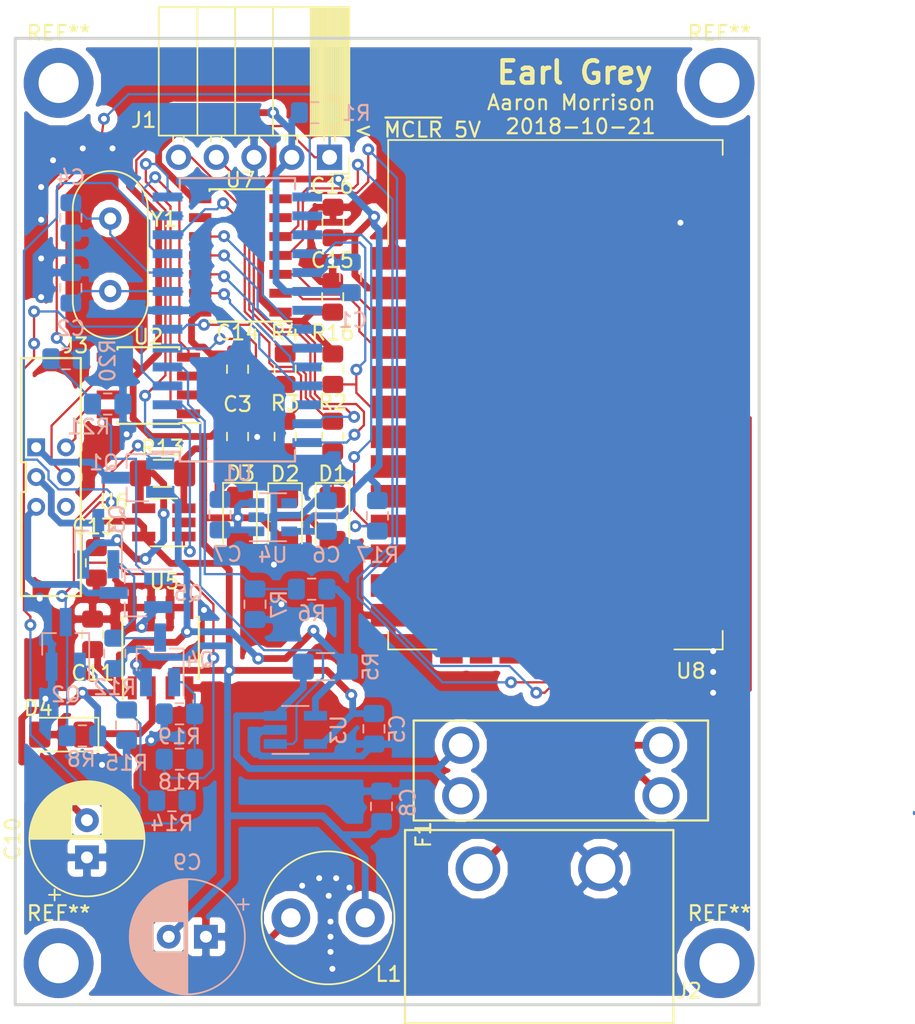
<source format=kicad_pcb>
(kicad_pcb (version 20171130) (host pcbnew "(5.0.1-3-g963ef8bb5)")
  (layers (0 F.Cu signal) (31 B.Cu signal) (34 B.Paste user) (35 F.Paste user) (36 B.SilkS user) (37 F.SilkS user) (38 B.Mask user hide) (39 F.Mask user hide) (44 Edge.Cuts user))
  (net 0 "")
  (net 1 GND)
  (net 2 +5V)
  (net 3 /OSC1)
  (net 4 /OSC2)
  (net 5 +3V3)
  (net 6 +12V)
  (net 7 "Net-(D1-Pad1)")
  (net 8 "Net-(D2-Pad1)")
  (net 9 "Net-(D3-Pad1)")
  (net 10 "Net-(D4-Pad1)")
  (net 11 "Net-(F1-Pad1)")
  (net 12 "Net-(F1-Pad2)")
  (net 13 /~MCLR)
  (net 14 /ICSPDAT)
  (net 15 /ICSPCLK)
  (net 16 "Net-(J3-Pad2)")
  (net 17 "Net-(J3-Pad1)")
  (net 18 "Net-(J3-Pad3)")
  (net 19 CANL)
  (net 20 CANH)
  (net 21 "Net-(Q1-Pad1)")
  (net 22 "Net-(Q2-Pad1)")
  (net 23 "Net-(Q3-Pad1)")
  (net 24 /Power/Sensed_5V)
  (net 25 /Power/BATT_VSENSE)
  (net 26 "/XBEE stuff/XBEE_RESET")
  (net 27 "/XBEE stuff/XBEE_SLEEP")
  (net 28 /Power/CURR_BUS)
  (net 29 /Power/CURR_BATT)
  (net 30 "/XBEE stuff/UART_~RTS")
  (net 31 "/XBEE stuff/UART_~CTS")
  (net 32 "/XBEE stuff/UART_TX")
  (net 33 "/XBEE stuff/UART_RX")
  (net 34 /CAN_TX)
  (net 35 /CAN_RX)
  (net 36 "Net-(U4-Pad4)")
  (net 37 "Net-(U7-Pad2)")
  (net 38 "Net-(U7-Pad3)")
  (net 39 "Net-(U7-Pad4)")
  (net 40 "Net-(U7-Pad5)")
  (net 41 "Net-(U7-Pad6)")
  (net 42 "Net-(U7-Pad7)")
  (net 43 "Net-(U7-Pad9)")
  (net 44 "Net-(U8-Pad5)")
  (net 45 "Net-(U8-Pad7)")
  (net 46 "Net-(U8-Pad8)")
  (net 47 "Net-(U8-Pad9)")
  (net 48 "Net-(U8-Pad12)")
  (net 49 "Net-(U8-Pad14)")
  (net 50 "Net-(U8-Pad15)")
  (net 51 "Net-(U8-Pad16)")
  (net 52 "Net-(U8-Pad17)")
  (net 53 "Net-(U8-Pad18)")
  (net 54 "Net-(U8-Pad19)")
  (net 55 "Net-(U8-Pad20)")
  (net 56 "Net-(U8-Pad21)")
  (net 57 "Net-(U8-Pad23)")
  (net 58 "Net-(U8-Pad24)")
  (net 59 "Net-(U8-Pad26)")
  (net 60 "Net-(U8-Pad27)")
  (net 61 "Net-(U8-Pad28)")
  (net 62 "Net-(U8-Pad30)")
  (net 63 "Net-(U8-Pad31)")
  (net 64 "Net-(U8-Pad32)")
  (net 65 "Net-(U8-Pad33)")
  (net 66 "Net-(U8-Pad34)")
  (net 67 "Net-(U8-Pad36)")
  (net 68 "Net-(U8-Pad37)")
  (net 69 "Net-(U1-Pad26)")
  (net 70 /LED1)
  (net 71 /LED2)
  (net 72 /LED3)
  (net 73 "Net-(U1-Pad16)")
  (net 74 "Net-(U1-Pad21)")
  (net 75 "Net-(Q4-Pad1)")
  (net 76 "Net-(Q5-Pad1)")
  (net 77 /Power/BUS_EN_12V)
  (net 78 /BUS_EN_GND)
  (net 79 /BUS_EN_5V)
  (module Resistor_SMD:R_0805_2012Metric_Pad1.15x1.40mm_HandSolder (layer B.Cu) (at 127.508 94.742)
    (fp_text reference R20 (at 2.794 0.127 90) (layer B.SilkS) (effects (justify mirror)))
    (fp_text value 220)
    (pad 1 smd roundrect (at -1.025 0) (size 1.15 1.4) (layers B.Cu B.Paste B.Mask) (roundrect_rratio 0.217391) (net 76 "Net-(Q5-Pad1)"))
    (pad 2 smd roundrect (at 1.025 0) (size 1.15 1.4) (layers B.Cu B.Paste B.Mask) (roundrect_rratio 0.217) (net 78 /BUS_EN_GND))
  )
  (module Resistor_SMD:R_0805_2012Metric_Pad1.15x1.40mm_HandSolder (layer B.Cu) (at 130.302 97.79)
    (fp_text reference R21 (at -1.27 1.524) (layer B.SilkS) (effects (justify mirror)))
    (fp_text value 10K)
    (pad 1 smd roundrect (at -1.025 0) (size 1.15 1.4) (layers B.Cu B.Paste B.Mask) (roundrect_rratio 0.217391) (net 76 "Net-(Q5-Pad1)"))
    (pad 2 smd roundrect (at 1.025 0) (size 1.15 1.4) (layers B.Cu B.Paste B.Mask) (roundrect_rratio 0.217) (net 1 GND))
  )
  (module Resistor_SMD:R_0805_2012Metric_Pad1.15x1.40mm_HandSolder (layer B.Cu) (at 135.128 118.618 180)
    (fp_text reference R19 (at 0 -1.524 180) (layer B.SilkS) (effects (justify mirror)))
    (fp_text value 10K)
    (pad 1 smd roundrect (at -1.025 0 180) (size 1.15 1.4) (layers B.Cu B.Paste B.Mask) (roundrect_rratio 0.217) (net 75 "Net-(Q4-Pad1)"))
    (pad 2 smd roundrect (at 1.025 0 180) (size 1.15 1.4) (layers B.Cu B.Paste B.Mask) (roundrect_rratio 0.217) (net 1 GND))
  )
  (module Resistor_SMD:R_0805_2012Metric_Pad1.15x1.40mm_HandSolder (layer B.Cu) (at 135.128 121.666 180)
    (fp_text reference R18 (at 0 -1.524 180) (layer B.SilkS) (effects (justify mirror)))
    (fp_text value 220)
    (pad 2 smd roundrect (at 1.025 0 180) (size 1.15 1.4) (layers B.Cu B.Paste B.Mask) (roundrect_rratio 0.217) (net 79 /BUS_EN_5V))
    (pad 1 smd roundrect (at -1.025 0 180) (size 1.15 1.4) (layers B.Cu B.Paste B.Mask) (roundrect_rratio 0.217) (net 75 "Net-(Q4-Pad1)"))
  )
  (module Package_SO:SOIC-8_3.9x4.9mm_P1.27mm (layer F.Cu) (at 133.858 114.173 90)
    (fp_text reference U5 (at 4.445 0.254 180) (layer F.SilkS))
    (fp_text value AP1509)
    (pad 8 smd rect (at 2.7 -1.905 90) (size 1.55 0.6) (layers F.Cu F.Paste F.Mask) (net 1 GND))
    (pad 7 smd rect (at 2.7 -0.635 90) (size 1.55 0.6) (layers F.Cu F.Paste F.Mask) (net 1 GND))
    (pad 6 smd rect (at 2.7 0.635 90) (size 1.55 0.6) (layers F.Cu F.Paste F.Mask) (net 1 GND))
    (pad 5 smd rect (at 2.7 1.905 90) (size 1.55 0.6) (layers F.Cu F.Paste F.Mask) (net 1 GND))
    (pad 4 smd rect (at -2.7 1.905 90) (size 1.55 0.6) (layers F.Cu F.Paste F.Mask) (net 1 GND))
    (pad 3 smd rect (at -2.7 0.635 90) (size 1.55 0.6) (layers F.Cu F.Paste F.Mask) (net 2 +5V))
    (pad 2 smd rect (at -2.7 -0.635 90) (size 1.55 0.6) (layers F.Cu F.Paste F.Mask) (net 10 "Net-(D4-Pad1)"))
    (pad 1 smd rect (at -2.7 -1.905 90) (size 1.55 0.6) (layers F.Cu F.Paste F.Mask) (net 6 +12V))
  )
  (module Package_TO_SOT_SMD:SOT-23_Handsoldering (layer B.Cu) (at 127.475 113.95 90)
    (fp_text reference Q2 (at -3.37 0.01 180) (layer B.SilkS) (effects (justify mirror)))
    (fp_text value Q_NMOS_GSD)
    (pad 3 smd rect (at 1.5 0 90) (size 1.9 0.8) (layers B.Cu B.Paste B.Mask) (net 21 "Net-(Q1-Pad1)"))
    (pad 2 smd rect (at -1.5 -0.95 90) (size 1.9 0.8) (layers B.Cu B.Paste B.Mask) (net 1 GND))
    (pad 1 smd rect (at -1.5 0.95 90) (size 1.9 0.8) (layers B.Cu B.Paste B.Mask) (net 22 "Net-(Q2-Pad1)"))
  )
  (module Inductor_THT:L_Radial_D8.7mm_P5.00mm_Fastron_07HCP (layer F.Cu) (at 142.621 132.334)
    (fp_text reference L1 (at 6.57 3.78) (layer F.SilkS))
    (fp_text value 47u)
    (pad 2 thru_hole circle (at 5 0) (size 2.6 2.6) (drill 1.3) (layers *.Cu *.Mask) (net 2 +5V))
    (pad 1 thru_hole circle (at 0 0) (size 2.6 2.6) (drill 1.3) (layers *.Cu *.Mask) (net 10 "Net-(D4-Pad1)"))
  )
  (module RF_Module:Digi_XBee_SMT (layer F.Cu) (at 160.415 97.89)
    (fp_text reference U8 (at 9.11222 17.8451) (layer F.SilkS))
    (fp_text value XBee_SMT)
    (pad 37 smd rect (at 11 -15.92) (size 2.84 1.52) (layers F.Cu F.Paste F.Mask) (net 68 "Net-(U8-Pad37)"))
    (pad 36 smd rect (at 11 -13.92) (size 2.84 1.52) (layers F.Cu F.Paste F.Mask) (net 67 "Net-(U8-Pad36)"))
    (pad 35 smd rect (at 11 -11.92) (size 2.84 1.52) (layers F.Cu F.Paste F.Mask) (net 1 GND))
    (pad 34 smd rect (at 11 -9.92) (size 2.84 1.52) (layers F.Cu F.Paste F.Mask) (net 66 "Net-(U8-Pad34)"))
    (pad 33 smd rect (at 11 -7.92) (size 2.84 1.52) (layers F.Cu F.Paste F.Mask) (net 65 "Net-(U8-Pad33)"))
    (pad 32 smd rect (at 11 -5.92) (size 2.84 1.52) (layers F.Cu F.Paste F.Mask) (net 64 "Net-(U8-Pad32)"))
    (pad 31 smd rect (at 11 -3.92) (size 2.84 1.52) (layers F.Cu F.Paste F.Mask) (net 63 "Net-(U8-Pad31)"))
    (pad 30 smd rect (at 11 -1.92) (size 2.84 1.52) (layers F.Cu F.Paste F.Mask) (net 62 "Net-(U8-Pad30)"))
    (pad 29 smd rect (at 11 0.08) (size 2.84 1.52) (layers F.Cu F.Paste F.Mask) (net 39 "Net-(U7-Pad4)"))
    (pad 28 smd rect (at 11 2.08) (size 2.84 1.52) (layers F.Cu F.Paste F.Mask) (net 61 "Net-(U8-Pad28)"))
    (pad 27 smd rect (at 11 4.08) (size 2.84 1.52) (layers F.Cu F.Paste F.Mask) (net 60 "Net-(U8-Pad27)"))
    (pad 26 smd rect (at 11 6.08) (size 2.84 1.52) (layers F.Cu F.Paste F.Mask) (net 59 "Net-(U8-Pad26)"))
    (pad 25 smd rect (at 11 8.08) (size 2.84 1.52) (layers F.Cu F.Paste F.Mask) (net 40 "Net-(U7-Pad5)"))
    (pad 24 smd rect (at 11 10.08) (size 2.84 1.52) (layers F.Cu F.Paste F.Mask) (net 58 "Net-(U8-Pad24)"))
    (pad 23 smd rect (at 11 12.08) (size 2.84 1.52) (layers F.Cu F.Paste F.Mask) (net 57 "Net-(U8-Pad23)"))
    (pad 22 smd rect (at 11 14.08) (size 2.84 1.52) (layers F.Cu F.Paste F.Mask) (net 1 GND))
    (pad 21 smd rect (at 7 15.93 90) (size 2.84 1.52) (layers F.Cu F.Paste F.Mask) (net 56 "Net-(U8-Pad21)"))
    (pad 20 smd rect (at 5 15.93 90) (size 2.84 1.52) (layers F.Cu F.Paste F.Mask) (net 55 "Net-(U8-Pad20)"))
    (pad 19 smd rect (at 3 15.93 90) (size 2.84 1.52) (layers F.Cu F.Paste F.Mask) (net 54 "Net-(U8-Pad19)"))
    (pad 18 smd rect (at 1 15.93 90) (size 2.84 1.52) (layers F.Cu F.Paste F.Mask) (net 53 "Net-(U8-Pad18)"))
    (pad 17 smd rect (at -1 15.93 90) (size 2.84 1.52) (layers F.Cu F.Paste F.Mask) (net 52 "Net-(U8-Pad17)"))
    (pad 16 smd rect (at -3 15.93 90) (size 2.84 1.52) (layers F.Cu F.Paste F.Mask) (net 51 "Net-(U8-Pad16)"))
    (pad 15 smd rect (at -5 15.93 90) (size 2.84 1.52) (layers F.Cu F.Paste F.Mask) (net 50 "Net-(U8-Pad15)"))
    (pad 14 smd rect (at -7 15.93 90) (size 2.84 1.52) (layers F.Cu F.Paste F.Mask) (net 49 "Net-(U8-Pad14)"))
    (pad 13 smd rect (at -11 14.1) (size 2.84 1.52) (layers F.Cu F.Paste F.Mask) (net 1 GND))
    (pad 12 smd rect (at -11 12.1) (size 2.84 1.52) (layers F.Cu F.Paste F.Mask) (net 48 "Net-(U8-Pad12)"))
    (pad 11 smd rect (at -11 10.1) (size 2.84 1.52) (layers F.Cu F.Paste F.Mask) (net 1 GND))
    (pad 10 smd rect (at -11 8.1) (size 2.84 1.52) (layers F.Cu F.Paste F.Mask) (net 27 "/XBEE stuff/XBEE_SLEEP"))
    (pad 9 smd rect (at -11 6.1) (size 2.84 1.52) (layers F.Cu F.Paste F.Mask) (net 47 "Net-(U8-Pad9)"))
    (pad 8 smd rect (at -11 4.1) (size 2.84 1.52) (layers F.Cu F.Paste F.Mask) (net 46 "Net-(U8-Pad8)"))
    (pad 7 smd rect (at -11 2.1) (size 2.84 1.52) (layers F.Cu F.Paste F.Mask) (net 45 "Net-(U8-Pad7)"))
    (pad 6 smd rect (at -11 0.1) (size 2.84 1.52) (layers F.Cu F.Paste F.Mask) (net 26 "/XBEE stuff/XBEE_RESET"))
    (pad 5 smd rect (at -11 -1.9) (size 2.84 1.52) (layers F.Cu F.Paste F.Mask) (net 44 "Net-(U8-Pad5)"))
    (pad 4 smd rect (at -11 -3.9) (size 2.84 1.52) (layers F.Cu F.Paste F.Mask) (net 37 "Net-(U7-Pad2)"))
    (pad 3 smd rect (at -11 -5.9) (size 2.84 1.52) (layers F.Cu F.Paste F.Mask) (net 38 "Net-(U7-Pad3)"))
    (pad 2 smd rect (at -11 -7.9) (size 2.84 1.52) (layers F.Cu F.Paste F.Mask) (net 5 +3V3))
    (pad 1 smd rect (at -11 -9.9) (size 2.84 1.52) (layers F.Cu F.Paste F.Mask) (net 1 GND))
  )
  (module Package_SO:SOIC-28W_7.5x18.7mm_P1.27mm (layer B.Cu) (at 139.025 92.125)
    (fp_text reference U1 (at 0 10.325) (layer B.SilkS) (effects (justify mirror)))
    (fp_text value PIC18F26K83)
    (pad 28 smd rect (at 4.7 8.255) (size 2 0.6) (layers B.Cu B.Paste B.Mask) (net 14 /ICSPDAT))
    (pad 27 smd rect (at 4.7 6.985) (size 2 0.6) (layers B.Cu B.Paste B.Mask) (net 15 /ICSPCLK))
    (pad 26 smd rect (at 4.7 5.715) (size 2 0.6) (layers B.Cu B.Paste B.Mask) (net 69 "Net-(U1-Pad26)"))
    (pad 25 smd rect (at 4.7 4.445) (size 2 0.6) (layers B.Cu B.Paste B.Mask) (net 33 "/XBEE stuff/UART_RX"))
    (pad 24 smd rect (at 4.7 3.175) (size 2 0.6) (layers B.Cu B.Paste B.Mask) (net 32 "/XBEE stuff/UART_TX"))
    (pad 23 smd rect (at 4.7 1.905) (size 2 0.6) (layers B.Cu B.Paste B.Mask) (net 30 "/XBEE stuff/UART_~RTS"))
    (pad 22 smd rect (at 4.7 0.635) (size 2 0.6) (layers B.Cu B.Paste B.Mask) (net 31 "/XBEE stuff/UART_~CTS"))
    (pad 21 smd rect (at 4.7 -0.635) (size 2 0.6) (layers B.Cu B.Paste B.Mask) (net 74 "Net-(U1-Pad21)"))
    (pad 20 smd rect (at 4.7 -1.905) (size 2 0.6) (layers B.Cu B.Paste B.Mask) (net 2 +5V))
    (pad 19 smd rect (at 4.7 -3.175) (size 2 0.6) (layers B.Cu B.Paste B.Mask) (net 1 GND))
    (pad 18 smd rect (at 4.7 -4.445) (size 2 0.6) (layers B.Cu B.Paste B.Mask) (net 26 "/XBEE stuff/XBEE_RESET"))
    (pad 17 smd rect (at 4.7 -5.715) (size 2 0.6) (layers B.Cu B.Paste B.Mask) (net 27 "/XBEE stuff/XBEE_SLEEP"))
    (pad 16 smd rect (at 4.7 -6.985) (size 2 0.6) (layers B.Cu B.Paste B.Mask) (net 73 "Net-(U1-Pad16)"))
    (pad 15 smd rect (at 4.7 -8.255) (size 2 0.6) (layers B.Cu B.Paste B.Mask) (net 78 /BUS_EN_GND))
    (pad 14 smd rect (at -4.7 -8.255) (size 2 0.6) (layers B.Cu B.Paste B.Mask) (net 34 /CAN_TX))
    (pad 13 smd rect (at -4.7 -6.985) (size 2 0.6) (layers B.Cu B.Paste B.Mask) (net 35 /CAN_RX))
    (pad 12 smd rect (at -4.7 -5.715) (size 2 0.6) (layers B.Cu B.Paste B.Mask) (net 70 /LED1))
    (pad 11 smd rect (at -4.7 -4.445) (size 2 0.6) (layers B.Cu B.Paste B.Mask) (net 79 /BUS_EN_5V))
    (pad 10 smd rect (at -4.7 -3.175) (size 2 0.6) (layers B.Cu B.Paste B.Mask) (net 4 /OSC2))
    (pad 9 smd rect (at -4.7 -1.905) (size 2 0.6) (layers B.Cu B.Paste B.Mask) (net 3 /OSC1))
    (pad 8 smd rect (at -4.7 -0.635) (size 2 0.6) (layers B.Cu B.Paste B.Mask) (net 1 GND))
    (pad 7 smd rect (at -4.7 0.635) (size 2 0.6) (layers B.Cu B.Paste B.Mask) (net 72 /LED3))
    (pad 6 smd rect (at -4.7 1.905) (size 2 0.6) (layers B.Cu B.Paste B.Mask) (net 71 /LED2))
    (pad 5 smd rect (at -4.7 3.175) (size 2 0.6) (layers B.Cu B.Paste B.Mask) (net 25 /Power/BATT_VSENSE))
    (pad 4 smd rect (at -4.7 4.445) (size 2 0.6) (layers B.Cu B.Paste B.Mask) (net 77 /Power/BUS_EN_12V))
    (pad 3 smd rect (at -4.7 5.715) (size 2 0.6) (layers B.Cu B.Paste B.Mask) (net 29 /Power/CURR_BATT))
    (pad 2 smd rect (at -4.7 6.985) (size 2 0.6) (layers B.Cu B.Paste B.Mask) (net 28 /Power/CURR_BUS))
    (pad 1 smd rect (at -4.7 8.255) (size 2 0.6) (layers B.Cu B.Paste B.Mask) (net 13 /~MCLR))
  )
  (module Connector_PinSocket_2.54mm:PinSocket_1x05_P2.54mm_Horizontal (layer F.Cu) (at 145.225 81.2 270)
    (fp_text reference J1 (at -2.5 12.5) (layer F.SilkS))
    (fp_text value Conn_01x05_Female)
    (pad 5 thru_hole oval (at 0 10.16 270) (size 1.7 1.7) (drill 1) (layers *.Cu *.Mask) (net 15 /ICSPCLK))
    (pad 4 thru_hole oval (at 0 7.62 270) (size 1.7 1.7) (drill 1) (layers *.Cu *.Mask) (net 14 /ICSPDAT))
    (pad 3 thru_hole oval (at 0 5.08 270) (size 1.7 1.7) (drill 1) (layers *.Cu *.Mask) (net 1 GND))
    (pad 2 thru_hole oval (at 0 2.54 270) (size 1.7 1.7) (drill 1) (layers *.Cu *.Mask) (net 2 +5V))
    (pad 1 thru_hole rect (at 0 0 270) (size 1.7 1.7) (drill 1) (layers *.Cu *.Mask) (net 13 /~MCLR))
  )
  (module Package_TO_SOT_SMD:SOT-23-5_HandSoldering (layer F.Cu) (at 134.075 105.75 180)
    (fp_text reference U6 (at 3.35 1.39 180) (layer F.SilkS))
    (fp_text value INA180)
    (pad 5 smd rect (at 1.35 -0.95 180) (size 1.56 0.65) (layers F.Cu F.Paste F.Mask) (net 2 +5V))
    (pad 4 smd rect (at 1.35 0.95 180) (size 1.56 0.65) (layers F.Cu F.Paste F.Mask) (net 24 /Power/Sensed_5V))
    (pad 3 smd rect (at -1.35 0.95 180) (size 1.56 0.65) (layers F.Cu F.Paste F.Mask) (net 2 +5V))
    (pad 2 smd rect (at -1.35 0 180) (size 1.56 0.65) (layers F.Cu F.Paste F.Mask) (net 1 GND))
    (pad 1 smd rect (at -1.35 -0.95 180) (size 1.56 0.65) (layers F.Cu F.Paste F.Mask) (net 28 /Power/CURR_BUS))
  )
  (module Package_SO:SOIC-8_3.9x4.9mm_P1.27mm (layer F.Cu) (at 133.035 96.545 180)
    (fp_text reference U2 (at 0 3.275 180) (layer F.SilkS))
    (fp_text value MCP2562)
    (pad 8 smd rect (at 2.7 -1.905 180) (size 1.55 0.6) (layers F.Cu F.Paste F.Mask) (net 1 GND))
    (pad 7 smd rect (at 2.7 -0.635 180) (size 1.55 0.6) (layers F.Cu F.Paste F.Mask) (net 20 CANH))
    (pad 6 smd rect (at 2.7 0.635 180) (size 1.55 0.6) (layers F.Cu F.Paste F.Mask) (net 19 CANL))
    (pad 5 smd rect (at 2.7 1.905 180) (size 1.55 0.6) (layers F.Cu F.Paste F.Mask) (net 2 +5V))
    (pad 4 smd rect (at -2.7 1.905 180) (size 1.55 0.6) (layers F.Cu F.Paste F.Mask) (net 35 /CAN_RX))
    (pad 3 smd rect (at -2.7 0.635 180) (size 1.55 0.6) (layers F.Cu F.Paste F.Mask) (net 2 +5V))
    (pad 2 smd rect (at -2.7 -0.635 180) (size 1.55 0.6) (layers F.Cu F.Paste F.Mask) (net 1 GND))
    (pad 1 smd rect (at -2.7 -1.905 180) (size 1.55 0.6) (layers F.Cu F.Paste F.Mask) (net 34 /CAN_TX))
  )
  (module Capacitor_SMD:C_0805_2012Metric_Pad1.15x1.40mm_HandSolder (layer F.Cu) (at 139.035 99.975 270)
    (fp_text reference C3 (at -2.175 0) (layer F.SilkS))
    (fp_text value 10u)
    (pad 2 smd roundrect (at 1.025 0 270) (size 1.15 1.4) (layers F.Cu F.Paste F.Mask) (roundrect_rratio 0.217391) (net 1 GND))
    (pad 1 smd roundrect (at -1.025 0 270) (size 1.15 1.4) (layers F.Cu F.Paste F.Mask) (roundrect_rratio 0.217391) (net 2 +5V))
  )
  (module Package_TO_SOT_SMD:SOT-23-5_HandSoldering (layer B.Cu) (at 142.922 119.7)
    (fp_text reference U3 (at 2.91 0 90) (layer B.SilkS) (effects (justify mirror)))
    (fp_text value INA180)
    (pad 5 smd rect (at 1.35 0.95) (size 1.56 0.65) (layers B.Cu B.Paste B.Mask) (net 2 +5V))
    (pad 4 smd rect (at 1.35 -0.95) (size 1.56 0.65) (layers B.Cu B.Paste B.Mask) (net 6 +12V))
    (pad 3 smd rect (at -1.35 -0.95) (size 1.56 0.65) (layers B.Cu B.Paste B.Mask) (net 11 "Net-(F1-Pad1)"))
    (pad 2 smd rect (at -1.35 0) (size 1.56 0.65) (layers B.Cu B.Paste B.Mask) (net 1 GND))
    (pad 1 smd rect (at -1.35 0.95) (size 1.56 0.65) (layers B.Cu B.Paste B.Mask) (net 29 /Power/CURR_BATT))
  )
  (module Resistor_SMD:R_0805_2012Metric_Pad1.15x1.40mm_HandSolder (layer B.Cu) (at 130.775 114.555 90)
    (fp_text reference R12 (at -2.285 0) (layer B.SilkS) (effects (justify mirror)))
    (fp_text value 10K)
    (pad 2 smd roundrect (at 1.025 0 90) (size 1.15 1.4) (layers B.Cu B.Paste B.Mask) (roundrect_rratio 0.217391) (net 23 "Net-(Q3-Pad1)"))
    (pad 1 smd roundrect (at -1.025 0 90) (size 1.15 1.4) (layers B.Cu B.Paste B.Mask) (roundrect_rratio 0.217391) (net 2 +5V))
  )
  (module Package_TO_SOT_SMD:SOT-23_Handsoldering (layer B.Cu) (at 133.825 114.99 90)
    (fp_text reference Q4 (at 0 2.68 180) (layer B.SilkS) (effects (justify mirror)))
    (fp_text value Q_NMOS_GSD)
    (pad 3 smd rect (at 1.5 0 90) (size 1.9 0.8) (layers B.Cu B.Paste B.Mask) (net 23 "Net-(Q3-Pad1)"))
    (pad 2 smd rect (at -1.5 -0.95 90) (size 1.9 0.8) (layers B.Cu B.Paste B.Mask) (net 1 GND))
    (pad 1 smd rect (at -1.5 0.95 90) (size 1.9 0.8) (layers B.Cu B.Paste B.Mask) (net 75 "Net-(Q4-Pad1)"))
  )
  (module Package_TO_SOT_SMD:SOT-23_Handsoldering (layer B.Cu) (at 129.667 107.061 90)
    (fp_text reference Q3 (at 1.524 1.27 270) (layer B.SilkS) (effects (justify mirror)))
    (fp_text value Q_PMOS_GSD)
    (pad 3 smd rect (at 1.27 0 270) (size 1.9 0.8) (layers B.Cu B.Paste B.Mask) (net 16 "Net-(J3-Pad2)"))
    (pad 2 smd rect (at -1.524 -1.016 90) (size 1.9 0.8) (layers B.Cu B.Paste B.Mask) (net 24 /Power/Sensed_5V))
    (pad 1 smd rect (at -1.5 1.016 90) (size 1.9 0.8) (layers B.Cu B.Paste B.Mask) (net 23 "Net-(Q3-Pad1)"))
  )
  (module Capacitor_SMD:C_0805_2012Metric_Pad1.15x1.40mm_HandSolder (layer B.Cu) (at 146.625 89.275 270)
    (fp_text reference C1 (at 2.875 -0.17 180) (layer B.SilkS) (effects (justify mirror)))
    (fp_text value 0.1u)
    (pad 2 smd roundrect (at 1.025 0 270) (size 1.15 1.4) (layers B.Cu B.Paste B.Mask) (roundrect_rratio 0.217391) (net 2 +5V))
    (pad 1 smd roundrect (at -1.025 0 270) (size 1.15 1.4) (layers B.Cu B.Paste B.Mask) (roundrect_rratio 0.217391) (net 1 GND))
  )
  (module Capacitor_SMD:C_0805_2012Metric_Pad1.15x1.40mm_HandSolder (layer B.Cu) (at 127.825 89.975 90)
    (fp_text reference C2 (at -2.725 0) (layer B.SilkS) (effects (justify mirror)))
    (fp_text value C)
    (pad 2 smd roundrect (at 1.025 0 90) (size 1.15 1.4) (layers B.Cu B.Paste B.Mask) (roundrect_rratio 0.217391) (net 1 GND))
    (pad 1 smd roundrect (at -1.025 0 90) (size 1.15 1.4) (layers B.Cu B.Paste B.Mask) (roundrect_rratio 0.217391) (net 3 /OSC1))
  )
  (module Capacitor_SMD:C_0805_2012Metric_Pad1.15x1.40mm_HandSolder (layer B.Cu) (at 127.825 85.275 90)
    (fp_text reference C4 (at 2.725 0) (layer B.SilkS) (effects (justify mirror)))
    (fp_text value C)
    (pad 2 smd roundrect (at 1.025 0 90) (size 1.15 1.4) (layers B.Cu B.Paste B.Mask) (roundrect_rratio 0.217391) (net 4 /OSC2))
    (pad 1 smd roundrect (at -1.025 0 90) (size 1.15 1.4) (layers B.Cu B.Paste B.Mask) (roundrect_rratio 0.217391) (net 1 GND))
  )
  (module Capacitor_SMD:C_0805_2012Metric_Pad1.15x1.40mm_HandSolder (layer B.Cu) (at 148.209 119.625 90)
    (fp_text reference C5 (at -0.005 1.56 90) (layer B.SilkS) (effects (justify mirror)))
    (fp_text value 0.1u)
    (pad 2 smd roundrect (at 1.025 0 90) (size 1.15 1.4) (layers B.Cu B.Paste B.Mask) (roundrect_rratio 0.217391) (net 2 +5V))
    (pad 1 smd roundrect (at -1.025 0 90) (size 1.15 1.4) (layers B.Cu B.Paste B.Mask) (roundrect_rratio 0.217391) (net 1 GND))
  )
  (module Capacitor_SMD:C_0805_2012Metric_Pad1.15x1.40mm_HandSolder (layer B.Cu) (at 145.015 105.315 270)
    (fp_text reference C6 (at 2.615 0 180) (layer B.SilkS) (effects (justify mirror)))
    (fp_text value 4.7u)
    (pad 2 smd roundrect (at 1.025 0 270) (size 1.15 1.4) (layers B.Cu B.Paste B.Mask) (roundrect_rratio 0.217391) (net 5 +3V3))
    (pad 1 smd roundrect (at -1.025 0 270) (size 1.15 1.4) (layers B.Cu B.Paste B.Mask) (roundrect_rratio 0.217391) (net 1 GND))
  )
  (module Capacitor_SMD:C_0805_2012Metric_Pad1.15x1.40mm_HandSolder (layer B.Cu) (at 137.855 105.225 270)
    (fp_text reference C7 (at 2.655 -0.51 180) (layer B.SilkS) (effects (justify mirror)))
    (fp_text value 4.7u)
    (pad 2 smd roundrect (at 1.025 0 270) (size 1.15 1.4) (layers B.Cu B.Paste B.Mask) (roundrect_rratio 0.217391) (net 2 +5V))
    (pad 1 smd roundrect (at -1.025 0 270) (size 1.15 1.4) (layers B.Cu B.Paste B.Mask) (roundrect_rratio 0.217391) (net 1 GND))
  )
  (module Capacitor_SMD:C_0805_2012Metric_Pad1.15x1.40mm_HandSolder (layer B.Cu) (at 148.717 124.841 270)
    (fp_text reference C8 (at -0.263 -1.778 270) (layer B.SilkS) (effects (justify mirror)))
    (fp_text value 0.1u)
    (pad 2 smd roundrect (at 1.025 0 270) (size 1.15 1.4) (layers B.Cu B.Paste B.Mask) (roundrect_rratio 0.217391) (net 2 +5V))
    (pad 1 smd roundrect (at -1.025 0 270) (size 1.15 1.4) (layers B.Cu B.Paste B.Mask) (roundrect_rratio 0.217391) (net 1 GND))
  )
  (module Capacitor_SMD:C_0805_2012Metric_Pad1.15x1.40mm_HandSolder (layer F.Cu) (at 129.286 113.275 270)
    (fp_text reference C11 (at 2.595 -0.01) (layer F.SilkS))
    (fp_text value 0.1u)
    (pad 2 smd roundrect (at 1.025 0 270) (size 1.15 1.4) (layers F.Cu F.Paste F.Mask) (roundrect_rratio 0.217391) (net 6 +12V))
    (pad 1 smd roundrect (at -1.025 0 270) (size 1.15 1.4) (layers F.Cu F.Paste F.Mask) (roundrect_rratio 0.217391) (net 1 GND))
  )
  (module Capacitor_SMD:C_0805_2012Metric_Pad1.15x1.40mm_HandSolder (layer F.Cu) (at 129.54 108.467 90)
    (fp_text reference C13 (at 2.435 -0.19 180) (layer F.SilkS))
    (fp_text value 0.1u)
    (pad 2 smd roundrect (at 1.025 0 90) (size 1.15 1.4) (layers F.Cu F.Paste F.Mask) (roundrect_rratio 0.217391) (net 2 +5V))
    (pad 1 smd roundrect (at -1.025 0 90) (size 1.15 1.4) (layers F.Cu F.Paste F.Mask) (roundrect_rratio 0.217391) (net 1 GND))
  )
  (module Capacitor_SMD:C_0805_2012Metric_Pad1.15x1.40mm_HandSolder (layer F.Cu) (at 139.035 95.445 270)
    (fp_text reference C14 (at -2.455 -0.01) (layer F.SilkS))
    (fp_text value 0.1u)
    (pad 2 smd roundrect (at 1.025 0 270) (size 1.15 1.4) (layers F.Cu F.Paste F.Mask) (roundrect_rratio 0.217391) (net 1 GND))
    (pad 1 smd roundrect (at -1.025 0 270) (size 1.15 1.4) (layers F.Cu F.Paste F.Mask) (roundrect_rratio 0.217391) (net 2 +5V))
  )
  (module Capacitor_SMD:C_0805_2012Metric_Pad1.15x1.40mm_HandSolder (layer F.Cu) (at 145.435 90.585 270)
    (fp_text reference C15 (at -2.465 0.02) (layer F.SilkS))
    (fp_text value 0.1u)
    (pad 2 smd roundrect (at 1.025 0 270) (size 1.15 1.4) (layers F.Cu F.Paste F.Mask) (roundrect_rratio 0.217391) (net 5 +3V3))
    (pad 1 smd roundrect (at -1.025 0 270) (size 1.15 1.4) (layers F.Cu F.Paste F.Mask) (roundrect_rratio 0.217391) (net 1 GND))
  )
  (module Capacitor_SMD:C_0805_2012Metric_Pad1.15x1.40mm_HandSolder (layer F.Cu) (at 145.455 85.585 90)
    (fp_text reference C16 (at 2.455 -0.06 180) (layer F.SilkS))
    (fp_text value 0.1u)
    (pad 2 smd roundrect (at 1.025 0 90) (size 1.15 1.4) (layers F.Cu F.Paste F.Mask) (roundrect_rratio 0.217391) (net 1 GND))
    (pad 1 smd roundrect (at -1.025 0 90) (size 1.15 1.4) (layers F.Cu F.Paste F.Mask) (roundrect_rratio 0.217391) (net 5 +3V3))
  )
  (module LED_SMD:LED_1206_3216Metric_Pad1.42x1.75mm_HandSolder (layer F.Cu) (at 145.425 105.5475 270)
    (fp_text reference D1 (at -3.0775 -0.01) (layer F.SilkS))
    (fp_text value LED)
    (pad 2 smd roundrect (at 1.4875 0 270) (size 1.425 1.75) (layers F.Cu F.Paste F.Mask) (roundrect_rratio 0.175439) (net 2 +5V))
    (pad 1 smd roundrect (at -1.4875 0 270) (size 1.425 1.75) (layers F.Cu F.Paste F.Mask) (roundrect_rratio 0.175439) (net 7 "Net-(D1-Pad1)"))
  )
  (module LED_SMD:LED_1206_3216Metric_Pad1.42x1.75mm_HandSolder (layer F.Cu) (at 142.235 105.5725 270)
    (fp_text reference D2 (at -3.0875 0) (layer F.SilkS))
    (fp_text value LED)
    (pad 2 smd roundrect (at 1.4875 0 270) (size 1.425 1.75) (layers F.Cu F.Paste F.Mask) (roundrect_rratio 0.175439) (net 2 +5V))
    (pad 1 smd roundrect (at -1.4875 0 270) (size 1.425 1.75) (layers F.Cu F.Paste F.Mask) (roundrect_rratio 0.175439) (net 8 "Net-(D2-Pad1)"))
  )
  (module LED_SMD:LED_1206_3216Metric_Pad1.42x1.75mm_HandSolder (layer F.Cu) (at 139.195 105.5475 270)
    (fp_text reference D3 (at -3.0875 -0.05) (layer F.SilkS))
    (fp_text value LED)
    (pad 2 smd roundrect (at 1.4875 0 270) (size 1.425 1.75) (layers F.Cu F.Paste F.Mask) (roundrect_rratio 0.175439) (net 2 +5V))
    (pad 1 smd roundrect (at -1.4875 0 270) (size 1.425 1.75) (layers F.Cu F.Paste F.Mask) (roundrect_rratio 0.175439) (net 9 "Net-(D3-Pad1)"))
  )
  (module Diode_SMD:D_1206_3216Metric_Pad1.42x1.75mm_HandSolder (layer F.Cu) (at 127.2175 120.015 180)
    (fp_text reference D4 (at 1.5875 1.78) (layer F.SilkS))
    (fp_text value D_Zener)
    (pad 2 smd roundrect (at 1.4875 0 180) (size 1.425 1.75) (layers F.Cu F.Paste F.Mask) (roundrect_rratio 0.175439) (net 1 GND))
    (pad 1 smd roundrect (at -1.4875 0 180) (size 1.425 1.75) (layers F.Cu F.Paste F.Mask) (roundrect_rratio 0.175439) (net 10 "Net-(D4-Pad1)"))
  )
  (module Package_TO_SOT_SMD:SOT-23_Handsoldering (layer B.Cu) (at 132.334 102.743 180)
    (fp_text reference Q1 (at 2.286 1.016) (layer B.SilkS) (effects (justify mirror)))
    (fp_text value Q_PMOS_GSD)
    (pad 3 smd rect (at 1.5 0 180) (size 1.9 0.8) (layers B.Cu B.Paste B.Mask) (net 17 "Net-(J3-Pad1)"))
    (pad 2 smd rect (at -1.5 -0.95 180) (size 1.9 0.8) (layers B.Cu B.Paste B.Mask) (net 6 +12V))
    (pad 1 smd rect (at -1.5 0.95 180) (size 1.9 0.8) (layers B.Cu B.Paste B.Mask) (net 21 "Net-(Q1-Pad1)"))
  )
  (module Package_TO_SOT_SMD:SOT-23_Handsoldering (layer B.Cu) (at 132.207 110.49 180)
    (fp_text reference Q5 (at -3.53 -0.02) (layer B.SilkS) (effects (justify mirror)))
    (fp_text value Q_NMOS_GSD)
    (pad 3 smd rect (at 1.5 0 180) (size 1.9 0.8) (layers B.Cu B.Paste B.Mask) (net 18 "Net-(J3-Pad3)"))
    (pad 2 smd rect (at -1.5 -0.95 180) (size 1.9 0.8) (layers B.Cu B.Paste B.Mask) (net 1 GND))
    (pad 1 smd rect (at -1.5 0.95 180) (size 1.9 0.8) (layers B.Cu B.Paste B.Mask) (net 76 "Net-(Q5-Pad1)"))
  )
  (module Resistor_SMD:R_0805_2012Metric_Pad1.15x1.40mm_HandSolder (layer B.Cu) (at 144.225 78.2)
    (fp_text reference R1 (at 2.8 0.03 180) (layer B.SilkS) (effects (justify mirror)))
    (fp_text value 10k)
    (pad 2 smd roundrect (at 1.025 0) (size 1.15 1.4) (layers B.Cu B.Paste B.Mask) (roundrect_rratio 0.217391) (net 13 /~MCLR))
    (pad 1 smd roundrect (at -1.025 0) (size 1.15 1.4) (layers B.Cu B.Paste B.Mask) (roundrect_rratio 0.217391) (net 2 +5V))
  )
  (module Resistor_SMD:R_0805_2012Metric_Pad1.15x1.40mm_HandSolder (layer F.Cu) (at 145.435 99.97 270)
    (fp_text reference R2 (at -2.29 -0.01) (layer F.SilkS))
    (fp_text value 330)
    (pad 2 smd roundrect (at 1.025 0 270) (size 1.15 1.4) (layers F.Cu F.Paste F.Mask) (roundrect_rratio 0.217391) (net 7 "Net-(D1-Pad1)"))
    (pad 1 smd roundrect (at -1.025 0 270) (size 1.15 1.4) (layers F.Cu F.Paste F.Mask) (roundrect_rratio 0.217391) (net 72 /LED3))
  )
  (module Resistor_SMD:R_0805_2012Metric_Pad1.15x1.40mm_HandSolder (layer F.Cu) (at 142.235 99.975 90)
    (fp_text reference R3 (at 2.245 0 180) (layer F.SilkS))
    (fp_text value 330)
    (pad 2 smd roundrect (at 1.025 0 90) (size 1.15 1.4) (layers F.Cu F.Paste F.Mask) (roundrect_rratio 0.217391) (net 71 /LED2))
    (pad 1 smd roundrect (at -1.025 0 90) (size 1.15 1.4) (layers F.Cu F.Paste F.Mask) (roundrect_rratio 0.217391) (net 8 "Net-(D2-Pad1)"))
  )
  (module Resistor_SMD:R_0805_2012Metric_Pad1.15x1.40mm_HandSolder (layer F.Cu) (at 142.235 95.445 90)
    (fp_text reference R4 (at 2.445 0) (layer F.SilkS))
    (fp_text value 330)
    (pad 2 smd roundrect (at 1.025 0 90) (size 1.15 1.4) (layers F.Cu F.Paste F.Mask) (roundrect_rratio 0.217391) (net 70 /LED1))
    (pad 1 smd roundrect (at -1.025 0 90) (size 1.15 1.4) (layers F.Cu F.Paste F.Mask) (roundrect_rratio 0.217391) (net 9 "Net-(D3-Pad1)"))
  )
  (module Resistor_SMD:R_1206_3216Metric_Pad1.42x1.75mm_HandSolder (layer B.Cu) (at 144.9435 115.443 180)
    (fp_text reference R5 (at -3.0475 0 -90) (layer B.SilkS) (effects (justify mirror)))
    (fp_text value R_sense)
    (pad 2 smd roundrect (at 1.4875 0 180) (size 1.425 1.75) (layers B.Cu B.Paste B.Mask) (roundrect_rratio 0.175439) (net 11 "Net-(F1-Pad1)"))
    (pad 1 smd roundrect (at -1.4875 0 180) (size 1.425 1.75) (layers B.Cu B.Paste B.Mask) (roundrect_rratio 0.175439) (net 6 +12V))
  )
  (module Resistor_SMD:R_0805_2012Metric_Pad1.15x1.40mm_HandSolder (layer B.Cu) (at 144.018 110.236 180)
    (fp_text reference R6 (at -0.002679 -1.63 180) (layer B.SilkS) (effects (justify mirror)))
    (fp_text value R)
    (pad 2 smd roundrect (at 1.025 0 180) (size 1.15 1.4) (layers B.Cu B.Paste B.Mask) (roundrect_rratio 0.217391) (net 25 /Power/BATT_VSENSE))
    (pad 1 smd roundrect (at -1.025 0 180) (size 1.15 1.4) (layers B.Cu B.Paste B.Mask) (roundrect_rratio 0.217391) (net 6 +12V))
  )
  (module Resistor_SMD:R_0805_2012Metric_Pad1.15x1.40mm_HandSolder (layer B.Cu) (at 140.208 111.252 270)
    (fp_text reference R7 (at 0.005 -1.624 270) (layer B.SilkS) (effects (justify mirror)))
    (fp_text value R)
    (pad 2 smd roundrect (at 1.025 0 270) (size 1.15 1.4) (layers B.Cu B.Paste B.Mask) (roundrect_rratio 0.217391) (net 1 GND))
    (pad 1 smd roundrect (at -1.025 0 270) (size 1.15 1.4) (layers B.Cu B.Paste B.Mask) (roundrect_rratio 0.217391) (net 25 /Power/BATT_VSENSE))
  )
  (module Resistor_SMD:R_0805_2012Metric_Pad1.15x1.40mm_HandSolder (layer B.Cu) (at 128.6 120.1 180)
    (fp_text reference R8 (at 0.076 -1.566 180) (layer B.SilkS) (effects (justify mirror)))
    (fp_text value 10K)
    (pad 2 smd roundrect (at 1.025 0 180) (size 1.15 1.4) (layers B.Cu B.Paste B.Mask) (roundrect_rratio 0.217391) (net 21 "Net-(Q1-Pad1)"))
    (pad 1 smd roundrect (at -1.025 0 180) (size 1.15 1.4) (layers B.Cu B.Paste B.Mask) (roundrect_rratio 0.217391) (net 6 +12V))
  )
  (module Resistor_SMD:R_1206_3216Metric_Pad1.42x1.75mm_HandSolder (layer F.Cu) (at 133.9875 102.45)
    (fp_text reference R13 (at -0.0025 -1.72) (layer F.SilkS))
    (fp_text value R_sense)
    (pad 2 smd roundrect (at 1.4875 0) (size 1.425 1.75) (layers F.Cu F.Paste F.Mask) (roundrect_rratio 0.175439) (net 2 +5V))
    (pad 1 smd roundrect (at -1.4875 0) (size 1.425 1.75) (layers F.Cu F.Paste F.Mask) (roundrect_rratio 0.175439) (net 24 /Power/Sensed_5V))
  )
  (module Resistor_SMD:R_0805_2012Metric_Pad1.15x1.40mm_HandSolder (layer B.Cu) (at 134.62 124.46)
    (fp_text reference R14 (at 0 1.524 180) (layer B.SilkS) (effects (justify mirror)))
    (fp_text value 220)
    (pad 2 smd roundrect (at 1.025 0) (size 1.15 1.4) (layers B.Cu B.Paste B.Mask) (roundrect_rratio 0.217) (net 77 /Power/BUS_EN_12V))
    (pad 1 smd roundrect (at -1.025 0) (size 1.15 1.4) (layers B.Cu B.Paste B.Mask) (roundrect_rratio 0.217) (net 22 "Net-(Q2-Pad1)"))
  )
  (module Resistor_SMD:R_0805_2012Metric_Pad1.15x1.40mm_HandSolder (layer B.Cu) (at 131.572 119.38 270)
    (fp_text reference R15 (at 2.54 0) (layer B.SilkS) (effects (justify mirror)))
    (fp_text value 10K)
    (pad 2 smd roundrect (at 1.025 0 270) (size 1.15 1.4) (layers B.Cu B.Paste B.Mask) (roundrect_rratio 0.217391) (net 1 GND))
    (pad 1 smd roundrect (at -1.025 0 270) (size 1.15 1.4) (layers B.Cu B.Paste B.Mask) (roundrect_rratio 0.217) (net 22 "Net-(Q2-Pad1)"))
  )
  (module Resistor_SMD:R_0805_2012Metric_Pad1.15x1.40mm_HandSolder (layer F.Cu) (at 145.445 95.445 270)
    (fp_text reference R16 (at -2.445 0) (layer F.SilkS))
    (fp_text value 10K)
    (pad 2 smd roundrect (at 1.025 0 270) (size 1.15 1.4) (layers F.Cu F.Paste F.Mask) (roundrect_rratio 0.217391) (net 26 "/XBEE stuff/XBEE_RESET"))
    (pad 1 smd roundrect (at -1.025 0 270) (size 1.15 1.4) (layers F.Cu F.Paste F.Mask) (roundrect_rratio 0.217391) (net 5 +3V3))
  )
  (module Resistor_SMD:R_0805_2012Metric_Pad1.15x1.40mm_HandSolder (layer B.Cu) (at 148.445 105.305 270)
    (fp_text reference R17 (at 2.645 -0.01 180) (layer B.SilkS) (effects (justify mirror)))
    (fp_text value DNP)
    (pad 2 smd roundrect (at 1.025 0 270) (size 1.15 1.4) (layers B.Cu B.Paste B.Mask) (roundrect_rratio 0.217391) (net 27 "/XBEE stuff/XBEE_SLEEP"))
    (pad 1 smd roundrect (at -1.025 0 270) (size 1.15 1.4) (layers B.Cu B.Paste B.Mask) (roundrect_rratio 0.217391) (net 5 +3V3))
  )
  (module Package_TO_SOT_SMD:SOT-23-5 (layer B.Cu) (at 141.405 105.4)
    (fp_text reference U4 (at 0 2.54) (layer B.SilkS) (effects (justify mirror)))
    (fp_text value AP2114H-3.3)
    (pad 5 smd rect (at 1.1 0.95) (size 1.06 0.65) (layers B.Cu B.Paste B.Mask) (net 5 +3V3))
    (pad 4 smd rect (at 1.1 -0.95) (size 1.06 0.65) (layers B.Cu B.Paste B.Mask) (net 36 "Net-(U4-Pad4)"))
    (pad 3 smd rect (at -1.1 -0.95) (size 1.06 0.65) (layers B.Cu B.Paste B.Mask) (net 2 +5V))
    (pad 2 smd rect (at -1.1 0) (size 1.06 0.65) (layers B.Cu B.Paste B.Mask) (net 1 GND))
    (pad 1 smd rect (at -1.1 0.95) (size 1.06 0.65) (layers B.Cu B.Paste B.Mask) (net 2 +5V))
  )
  (module Package_SO:SOIC-14_3.9x8.7mm_P1.27mm (layer F.Cu) (at 139.225 87.8 180)
    (fp_text reference U7 (at 0 5.08 180) (layer F.SilkS))
    (fp_text value TXB0104D)
    (pad 14 smd rect (at 2.7 -3.81 180) (size 1.5 0.6) (layers F.Cu F.Paste F.Mask) (net 2 +5V))
    (pad 13 smd rect (at 2.7 -2.54 180) (size 1.5 0.6) (layers F.Cu F.Paste F.Mask) (net 33 "/XBEE stuff/UART_RX"))
    (pad 12 smd rect (at 2.7 -1.27 180) (size 1.5 0.6) (layers F.Cu F.Paste F.Mask) (net 32 "/XBEE stuff/UART_TX"))
    (pad 11 smd rect (at 2.7 0 180) (size 1.5 0.6) (layers F.Cu F.Paste F.Mask) (net 30 "/XBEE stuff/UART_~RTS"))
    (pad 10 smd rect (at 2.7 1.27 180) (size 1.5 0.6) (layers F.Cu F.Paste F.Mask) (net 31 "/XBEE stuff/UART_~CTS"))
    (pad 9 smd rect (at 2.7 2.54 180) (size 1.5 0.6) (layers F.Cu F.Paste F.Mask) (net 43 "Net-(U7-Pad9)"))
    (pad 8 smd rect (at 2.7 3.81 180) (size 1.5 0.6) (layers F.Cu F.Paste F.Mask) (net 5 +3V3))
    (pad 7 smd rect (at -2.7 3.81 180) (size 1.5 0.6) (layers F.Cu F.Paste F.Mask) (net 42 "Net-(U7-Pad7)"))
    (pad 6 smd rect (at -2.7 2.54 180) (size 1.5 0.6) (layers F.Cu F.Paste F.Mask) (net 41 "Net-(U7-Pad6)"))
    (pad 5 smd rect (at -2.7 1.27 180) (size 1.5 0.6) (layers F.Cu F.Paste F.Mask) (net 40 "Net-(U7-Pad5)"))
    (pad 4 smd rect (at -2.7 0 180) (size 1.5 0.6) (layers F.Cu F.Paste F.Mask) (net 39 "Net-(U7-Pad4)"))
    (pad 3 smd rect (at -2.7 -1.27 180) (size 1.5 0.6) (layers F.Cu F.Paste F.Mask) (net 38 "Net-(U7-Pad3)"))
    (pad 2 smd rect (at -2.7 -2.54 180) (size 1.5 0.6) (layers F.Cu F.Paste F.Mask) (net 37 "Net-(U7-Pad2)"))
    (pad 1 smd rect (at -2.7 -3.81 180) (size 1.5 0.6) (layers F.Cu F.Paste F.Mask) (net 5 +3V3))
  )
  (module Crystal:Crystal_HC49-U_Vertical (layer F.Cu) (at 130.475 90.2 90)
    (fp_text reference Y1 (at 4.84 3.61 -180) (layer F.SilkS))
    (fp_text value Crystal)
    (pad 2 thru_hole circle (at 4.88 0 90) (size 1.5 1.5) (drill 0.8) (layers *.Cu *.Mask) (net 4 /OSC2))
    (pad 1 thru_hole circle (at 0 0 90) (size 1.5 1.5) (drill 0.8) (layers *.Cu *.Mask) (net 3 /OSC1))
  )
  (module canhw_footprints:connector_Harwin_M80-5000642 (layer F.Cu) (at 126.492 102.7 270)
    (fp_text reference J3 (at -8.84 -1.66) (layer F.SilkS))
    (fp_text value BUS_CONN)
    (pad 2 thru_hole circle (at 0 1 270) (size 1.2 1.2) (drill 0.68) (layers *.Cu *.Mask) (net 16 "Net-(J3-Pad2)"))
    (pad 1 thru_hole rect (at -2 1 270) (size 1.2 1.2) (drill 0.68) (layers *.Cu *.Mask) (net 17 "Net-(J3-Pad1)"))
    (pad 3 thru_hole circle (at 2 1 270) (size 1.2 1.2) (drill 0.68) (layers *.Cu *.Mask) (net 18 "Net-(J3-Pad3)"))
    (pad 6 thru_hole circle (at 2 -1 270) (size 1.2 1.2) (drill 0.68) (layers *.Cu *.Mask))
    (pad 5 thru_hole circle (at 0 -1 270) (size 1.2 1.2) (drill 0.68) (layers *.Cu *.Mask) (net 19 CANL))
    (pad 4 thru_hole circle (at -2 -1 270) (size 1.2 1.2) (drill 0.68) (layers *.Cu *.Mask) (net 20 CANH))
    (pad "" np_thru_hole circle (at 5.5 0 270) (size 2.2 2.2) (drill 2.2) (layers *.Cu *.Mask))
    (pad "" np_thru_hole circle (at -5.5 0 270) (size 2.2 2.2) (drill 2.2) (layers *.Cu *.Mask))
  )
  (module canhw_footprints:Fuseholder_36-3557-15-ND (layer F.Cu) (at 160.782 122.428 180)
    (fp_text reference F1 (at 9.245 -4.31 -90) (layer F.SilkS))
    (fp_text value Fuse)
    (pad 1 thru_hole circle (at 6.735 1.7 180) (size 2.5 2.5) (drill 1.6) (layers *.Cu *.Mask) (net 11 "Net-(F1-Pad1)"))
    (pad 1 thru_hole circle (at 6.735 -1.7 180) (size 2.5 2.5) (drill 1.6) (layers *.Cu *.Mask) (net 11 "Net-(F1-Pad1)"))
    (pad 2 thru_hole circle (at -6.735 -1.7 180) (size 2.5 2.5) (drill 1.6) (layers *.Cu *.Mask) (net 12 "Net-(F1-Pad2)"))
    (pad 2 thru_hole circle (at -6.735 1.7 180) (size 2.5 2.5) (drill 1.6) (layers *.Cu *.Mask) (net 12 "Net-(F1-Pad2)"))
  )
  (module canhw_footprints:BarrierBlock_ED2945-ND (layer F.Cu) (at 163.449 129.032 180)
    (fp_text reference J2 (at -5.96 -8.21 180) (layer F.SilkS))
    (fp_text value "Battery In")
    (pad 1 thru_hole circle (at 0 0 180) (size 3 3) (drill 2) (layers *.Cu *.Mask) (net 1 GND))
    (pad 2 thru_hole circle (at 8.25 0 180) (size 3 3) (drill 2) (layers *.Cu *.Mask) (net 12 "Net-(F1-Pad2)"))
  )
  (module Capacitor_THT:CP_Radial_D7.5mm_P2.50mm (layer B.Cu) (at 136.906 133.604 180)
    (fp_text reference C9 (at 1.25 5 180) (layer B.SilkS) (effects (justify mirror)))
    (fp_text value 1000u)
    (pad 1 thru_hole rect (at 0 0 180) (size 1.6 1.6) (drill 0.8) (layers *.Cu *.Mask) (net 1 GND))
    (pad 2 thru_hole circle (at 2.5 0 180) (size 1.6 1.6) (drill 0.8) (layers *.Cu *.Mask) (net 2 +5V))
  )
  (module Capacitor_THT:CP_Radial_D7.5mm_P2.50mm (layer F.Cu) (at 128.905 128.27 90)
    (fp_text reference C10 (at 1.25 -5 90) (layer F.SilkS))
    (fp_text value 330u)
    (pad 2 thru_hole circle (at 2.5 0 90) (size 1.6 1.6) (drill 0.8) (layers *.Cu *.Mask) (net 6 +12V))
    (pad 1 thru_hole rect (at 0 0 90) (size 1.6 1.6) (drill 0.8) (layers *.Cu *.Mask) (net 1 GND))
  )
  (module MountingHole:MountingHole_2.7mm_M2.5_DIN965_Pad (layer F.Cu) (at 127 76.2)
    (fp_text reference REF** (at 0 -3.35) (layer F.SilkS))
    (fp_text value MountingHole_2.7mm_M2.5_DIN965_Pad)
    (pad 1 thru_hole circle (at 0 0) (size 4.7 4.7) (drill 2.7) (layers *.Cu *.Mask))
  )
  (module MountingHole:MountingHole_2.7mm_M2.5_DIN965_Pad (layer F.Cu) (at 171.45 76.2)
    (fp_text reference REF** (at 0 -3.35) (layer F.SilkS))
    (fp_text value MountingHole_2.7mm_M2.5_DIN965_Pad)
    (pad 1 thru_hole circle (at 0 0) (size 4.7 4.7) (drill 2.7) (layers *.Cu *.Mask))
  )
  (module MountingHole:MountingHole_2.7mm_M2.5_DIN965_Pad (layer F.Cu) (at 171.45 135.382)
    (fp_text reference REF** (at 0 -3.35) (layer F.SilkS))
    (fp_text value MountingHole_2.7mm_M2.5_DIN965_Pad)
    (pad 1 thru_hole circle (at 0 0) (size 4.7 4.7) (drill 2.7) (layers *.Cu *.Mask))
  )
  (module MountingHole:MountingHole_2.7mm_M2.5_DIN965_Pad (layer F.Cu) (at 127 135.382)
    (fp_text reference REF** (at 0 -3.35) (layer F.SilkS))
    (fp_text value MountingHole_2.7mm_M2.5_DIN965_Pad)
    (pad 1 thru_hole circle (at 0 0) (size 4.7 4.7) (drill 2.7) (layers *.Cu *.Mask))
  )
  (gr_text "Earl Grey" (at 161.71926 75.5015) (layer F.SilkS) (effects (font (size 1.5 1.5) (thickness 0.3))))
  (gr_text "< ~MCLR~ 5V" (at 151.145 79.35) (layer F.SilkS) (effects (font (size 1 1))))
  (gr_text "Aaron Morrison\n2018-10-21\n" (at 167.25392 78.3209) (layer F.SilkS) (effects (font (size 1 1)) (justify right)))
  (gr_line (start 124.079 138.176) (end 124.079 73.2) (layer Edge.Cuts) (width 0.2))
  (gr_line (start 174.117 138.176) (end 124.079 138.176) (layer Edge.Cuts) (width 0.2))
  (gr_line (start 174.117 73.2) (end 174.117 138.176) (layer Edge.Cuts) (width 0.2))
  (gr_line (start 124.079 73.2) (end 174.117 73.2) (layer Edge.Cuts) (width 0.2))
  (segment (start 184.531 125.222) (end 184.531 125.349) (width 0.1524) (layer B.Cu) (net 0))
  (via (at 146.558 130.302) (size 0.8) (drill 0.4) (layers F.Cu B.Cu) (net 1))
  (via (at 130.625 80.6) (size 0.8) (drill 0.4) (layers F.Cu B.Cu) (net 1))
  (via (at 128.625 80.6) (size 0.8) (drill 0.4) (layers F.Cu B.Cu) (net 1))
  (via (at 126.625 81.4) (size 0.8) (drill 0.4) (layers F.Cu B.Cu) (net 1))
  (via (at 125.825 83.2) (size 0.8) (drill 0.4) (layers F.Cu B.Cu) (net 1))
  (via (at 125.825 85.4) (size 0.8) (drill 0.4) (layers F.Cu B.Cu) (net 1))
  (via (at 125.825 88) (size 0.8) (drill 0.4) (layers F.Cu B.Cu) (net 1))
  (via (at 125.825 90.6) (size 0.8) (drill 0.4) (layers F.Cu B.Cu) (net 1))
  (segment (start 170.975 85.97) (end 169.195 85.97) (width 0.4572) (layer F.Cu) (net 1))
  (via (at 168.825 85.6) (size 0.8) (drill 0.4) (layers F.Cu B.Cu) (net 1))
  (segment (start 169.195 85.97) (end 168.825 85.6) (width 0.4572) (layer F.Cu) (net 1))
  (segment (start 170.975 113.1872) (end 171.025 113.2372) (width 0.4572) (layer F.Cu) (net 1))
  (segment (start 170.975 111.97) (end 170.975 113.1872) (width 0.4572) (layer F.Cu) (net 1))
  (via (at 171.025 117.2) (size 0.8) (drill 0.4) (layers F.Cu B.Cu) (net 1))
  (segment (start 171.025 113.2372) (end 171.025 114.4) (width 0.4572) (layer F.Cu) (net 1))
  (segment (start 171.025 115.8) (end 171.025 117.2) (width 0.4572) (layer F.Cu) (net 1))
  (via (at 171.025 115.8) (size 0.8) (drill 0.4) (layers F.Cu B.Cu) (net 1))
  (segment (start 171.025 114.4) (end 171.025 115.8) (width 0.4572) (layer F.Cu) (net 1))
  (via (at 171.025 114.4) (size 0.8) (drill 0.4) (layers F.Cu B.Cu) (net 1))
  (segment (start 147.0978 111.99) (end 146.825 111.7172) (width 0.4572) (layer F.Cu) (net 1))
  (segment (start 148.975 111.99) (end 147.0978 111.99) (width 0.4572) (layer F.Cu) (net 1))
  (segment (start 147.0978 107.99) (end 148.975 107.99) (width 0.4572) (layer F.Cu) (net 1))
  (segment (start 146.825 108.2628) (end 147.0978 107.99) (width 0.4572) (layer F.Cu) (net 1))
  (segment (start 146.825 111.7172) (end 146.825 108.2628) (width 0.4572) (layer F.Cu) (net 1))
  (segment (start 141.2922 105.4) (end 140.305 105.4) (width 0.4572) (layer B.Cu) (net 1))
  (segment (start 141.425 105.2672) (end 141.2922 105.4) (width 0.4572) (layer B.Cu) (net 1))
  (via (at 145.288 133.604) (size 0.8) (drill 0.4) (layers F.Cu B.Cu) (net 1))
  (via (at 145.288 134.62) (size 0.8) (drill 0.4) (layers F.Cu B.Cu) (net 1))
  (via (at 145.415 135.763) (size 0.8) (drill 0.4) (layers F.Cu B.Cu) (net 1))
  (via (at 141.478 108.585) (size 0.8) (drill 0.4) (layers F.Cu B.Cu) (net 1))
  (via (at 140.35639 100) (size 0.8) (drill 0.4) (layers F.Cu B.Cu) (net 1))
  (segment (start 149.415 87.99) (end 149.415 85.02) (width 0.4572) (layer F.Cu) (net 1))
  (segment (start 149.415 85.02) (end 148.45221 84.05721) (width 0.4572) (layer F.Cu) (net 1))
  (segment (start 146.585 84.56) (end 145.455 84.56) (width 0.4572) (layer F.Cu) (net 1))
  (segment (start 144.635 89.56) (end 143.955 88.88) (width 0.4572) (layer F.Cu) (net 1))
  (segment (start 145.435 89.56) (end 144.635 89.56) (width 0.4572) (layer F.Cu) (net 1))
  (segment (start 143.955 86.06) (end 143.975 86.04) (width 0.4572) (layer F.Cu) (net 1))
  (segment (start 143.955 88.88) (end 143.955 86.06) (width 0.4572) (layer F.Cu) (net 1))
  (segment (start 144.375 84.56) (end 145.455 84.56) (width 0.4572) (layer F.Cu) (net 1))
  (segment (start 143.975 84.96) (end 144.375 84.56) (width 0.4572) (layer F.Cu) (net 1))
  (segment (start 143.975 85.57) (end 143.975 84.96) (width 0.4572) (layer F.Cu) (net 1))
  (segment (start 143.975 86.04) (end 143.975 85.57) (width 0.4572) (layer F.Cu) (net 1))
  (segment (start 146.935 85.12) (end 146.935 84.21) (width 0.4572) (layer F.Cu) (net 1))
  (segment (start 146.485 85.57) (end 146.935 85.12) (width 0.4572) (layer F.Cu) (net 1))
  (segment (start 147.08779 84.05721) (end 146.935 84.21) (width 0.4572) (layer F.Cu) (net 1))
  (segment (start 146.935 84.21) (end 146.585 84.56) (width 0.4572) (layer F.Cu) (net 1))
  (segment (start 145.455 85.51) (end 145.455 84.56) (width 0.4572) (layer F.Cu) (net 1))
  (segment (start 145.515 85.57) (end 145.455 85.51) (width 0.4572) (layer F.Cu) (net 1))
  (segment (start 145.515 85.57) (end 146.485 85.57) (width 0.4572) (layer F.Cu) (net 1))
  (segment (start 143.975 85.57) (end 145.515 85.57) (width 0.4572) (layer F.Cu) (net 1))
  (via (at 145.335 88.19) (size 0.8) (drill 0.4) (layers F.Cu B.Cu) (net 1))
  (segment (start 146.625 88.25) (end 145.395 88.25) (width 0.4572) (layer B.Cu) (net 1))
  (segment (start 145.395 88.25) (end 145.335 88.19) (width 0.4572) (layer B.Cu) (net 1))
  (segment (start 140.35639 99.434315) (end 140.355 99.432925) (width 0.4572) (layer F.Cu) (net 1))
  (segment (start 140.35639 100) (end 140.35639 99.434315) (width 0.4572) (layer F.Cu) (net 1))
  (segment (start 140.355 97.79) (end 139.035 96.47) (width 0.4572) (layer F.Cu) (net 1))
  (segment (start 140.355 99.432925) (end 140.355 97.79) (width 0.4572) (layer F.Cu) (net 1))
  (via (at 132.207 115.316) (size 0.8) (drill 0.4) (layers F.Cu B.Cu) (net 1))
  (segment (start 144.575 88.95) (end 145.335 88.19) (width 0.4572) (layer B.Cu) (net 1))
  (segment (start 143.725 88.95) (end 144.575 88.95) (width 0.4572) (layer B.Cu) (net 1))
  (segment (start 148.606001 80.29652) (end 147.849481 79.54) (width 0.4572) (layer F.Cu) (net 1))
  (segment (start 146.935 84.21) (end 147.111592 84.21) (width 0.4572) (layer F.Cu) (net 1))
  (segment (start 148.606001 82.715591) (end 148.606001 80.29652) (width 0.4572) (layer F.Cu) (net 1))
  (segment (start 147.111592 84.21) (end 148.606001 82.715591) (width 0.4572) (layer F.Cu) (net 1))
  (segment (start 147.849481 79.54) (end 146.765 79.54) (width 0.4572) (layer F.Cu) (net 1))
  (segment (start 147.915 84.05721) (end 147.915 84.04) (width 0.4572) (layer F.Cu) (net 1))
  (segment (start 147.915 84.05721) (end 147.08779 84.05721) (width 0.4572) (layer F.Cu) (net 1))
  (segment (start 148.45221 84.05721) (end 147.915 84.05721) (width 0.4572) (layer F.Cu) (net 1))
  (segment (start 147.915 84.04) (end 149.035 82.92) (width 0.4572) (layer F.Cu) (net 1))
  (segment (start 149.035 82.92) (end 149.035 80.12) (width 0.4572) (layer F.Cu) (net 1))
  (segment (start 149.035 80.12) (end 148.025 79.11) (width 0.4572) (layer F.Cu) (net 1))
  (segment (start 148.025 79.11) (end 146.905 79.11) (width 0.4572) (layer F.Cu) (net 1))
  (segment (start 148.45221 84.05721) (end 148.48779 84.05721) (width 0.4572) (layer F.Cu) (net 1))
  (segment (start 149.465 83.08) (end 149.465 79.95) (width 0.4572) (layer F.Cu) (net 1))
  (segment (start 149.465 79.95) (end 148.195 78.68) (width 0.4572) (layer F.Cu) (net 1))
  (segment (start 148.195 78.68) (end 146.345 76.83) (width 0.4572) (layer F.Cu) (net 1))
  (segment (start 147.725 78.68) (end 147.685 78.68) (width 0.4572) (layer F.Cu) (net 1))
  (segment (start 147.725 78.68) (end 146.995 78.68) (width 0.4572) (layer F.Cu) (net 1))
  (segment (start 148.195 78.68) (end 147.725 78.68) (width 0.4572) (layer F.Cu) (net 1))
  (segment (start 147.725 78.68) (end 147.015 77.97) (width 0.4572) (layer F.Cu) (net 1))
  (segment (start 144.285 104.29) (end 145.015 104.29) (width 0.4572) (layer B.Cu) (net 1))
  (segment (start 141.425 105.2672) (end 143.3078 105.2672) (width 0.4572) (layer B.Cu) (net 1))
  (segment (start 143.3078 105.2672) (end 144.285 104.29) (width 0.4572) (layer B.Cu) (net 1))
  (segment (start 135.735 97.18) (end 135.745 97.19) (width 0.4572) (layer F.Cu) (net 1))
  (segment (start 140.135 101) (end 139.035 101) (width 0.4572) (layer F.Cu) (net 1))
  (segment (start 140.35639 100) (end 140.35639 100.77861) (width 0.4572) (layer F.Cu) (net 1))
  (segment (start 140.35639 100.77861) (end 140.135 101) (width 0.4572) (layer F.Cu) (net 1))
  (segment (start 135.425 105.75) (end 135.395 105.78) (width 0.4572) (layer F.Cu) (net 1))
  (via (at 132.588 112.776) (size 0.8) (drill 0.4) (layers F.Cu B.Cu) (net 1))
  (segment (start 133.425 111.55) (end 133.075 111.55) (width 0.4572) (layer B.Cu) (net 1))
  (segment (start 149.415 87.61) (end 149.725 87.3) (width 0.4572) (layer F.Cu) (net 1))
  (segment (start 149.415 87.99) (end 149.415 87.61) (width 0.4572) (layer F.Cu) (net 1))
  (segment (start 148.48779 84.05721) (end 149.465 83.08) (width 0.4572) (layer F.Cu) (net 1))
  (via (at 126.111 117.602) (size 0.8) (drill 0.4) (layers F.Cu B.Cu) (net 1))
  (via (at 125.73 110.871) (size 0.8) (drill 0.4) (layers F.Cu B.Cu) (net 1))
  (via (at 145.669 129.667) (size 0.8) (drill 0.4) (layers F.Cu B.Cu) (net 1))
  (via (at 143.383 130.175) (size 0.8) (drill 0.4) (layers F.Cu B.Cu) (net 1))
  (via (at 144.526 129.667) (size 0.8) (drill 0.4) (layers F.Cu B.Cu) (net 1))
  (via (at 145.166 130.852) (size 0.8) (drill 0.4) (layers F.Cu B.Cu) (net 1))
  (via (at 145.288 132.588) (size 0.8) (drill 0.4) (layers F.Cu B.Cu) (net 1))
  (via (at 133.223 120.396) (size 0.8) (drill 0.4) (layers F.Cu B.Cu) (net 1))
  (via (at 129.921 122.047) (size 0.8) (drill 0.4) (layers F.Cu B.Cu) (net 1))
  (via (at 131.572 99.822) (size 0.8) (drill 0.4) (layers F.Cu B.Cu) (net 1))
  (segment (start 131.327 99.577) (end 131.572 99.822) (width 0.4572) (layer B.Cu) (net 1))
  (segment (start 131.327 97.79) (end 131.327 99.577) (width 0.4572) (layer B.Cu) (net 1))
  (segment (start 140.731198 119.7) (end 140.335 120.096198) (width 0.4572) (layer B.Cu) (net 1))
  (segment (start 141.572 119.7) (end 140.731198 119.7) (width 0.4572) (layer B.Cu) (net 1))
  (segment (start 140.335 121.203802) (end 140.589 121.457802) (width 0.4572) (layer B.Cu) (net 1))
  (segment (start 140.335 120.096198) (end 140.335 121.203802) (width 0.4572) (layer B.Cu) (net 1))
  (segment (start 147.401198 121.457802) (end 148.209 120.65) (width 0.4572) (layer B.Cu) (net 1))
  (segment (start 140.589 121.457802) (end 147.401198 121.457802) (width 0.4572) (layer B.Cu) (net 1))
  (via (at 141.986 111.252) (size 0.8) (drill 0.4) (layers F.Cu B.Cu) (net 1))
  (segment (start 132.588 112.559) (end 133.707 111.44) (width 0.4572) (layer B.Cu) (net 1))
  (segment (start 132.588 112.776) (end 132.588 112.559) (width 0.4572) (layer B.Cu) (net 1))
  (segment (start 141.478 103.253) (end 141.478 108.585) (width 0.4572) (layer B.Cu) (net 1))
  (segment (start 137.855 103.525) (end 138.88 102.5) (width 0.4572) (layer B.Cu) (net 1))
  (segment (start 140.725 102.5) (end 141.478 103.253) (width 0.4572) (layer B.Cu) (net 1))
  (segment (start 138.88 102.5) (end 140.725 102.5) (width 0.4572) (layer B.Cu) (net 1))
  (segment (start 137.855 104.2) (end 137.855 103.525) (width 0.4572) (layer B.Cu) (net 1))
  (via (at 136.779 111.633) (size 0.8) (drill 0.4) (layers F.Cu B.Cu) (net 1))
  (segment (start 132.207 115.822) (end 132.875 116.49) (width 0.4572) (layer B.Cu) (net 1))
  (segment (start 132.207 115.822) (end 132.207 115.316) (width 0.4572) (layer B.Cu) (net 1))
  (segment (start 134.565 115.8928) (end 134.7578 115.7) (width 0.4572) (layer F.Cu) (net 2))
  (segment (start 134.565 117.2) (end 134.565 115.8928) (width 0.4572) (layer F.Cu) (net 2))
  (via (at 138.475 115.7) (size 0.8) (drill 0.4) (layers F.Cu B.Cu) (net 2))
  (segment (start 134.7578 115.7) (end 138.475 115.7) (width 0.4572) (layer F.Cu) (net 2))
  (segment (start 135.425 102.5) (end 135.475 102.45) (width 0.4572) (layer F.Cu) (net 2))
  (segment (start 135.425 103.7) (end 135.425 102.5) (width 0.4572) (layer F.Cu) (net 2))
  (segment (start 135.425 104.8) (end 135.425 103.7) (width 0.4572) (layer F.Cu) (net 2))
  (segment (start 135.475 101.475) (end 136.15 100.8) (width 0.4572) (layer F.Cu) (net 2))
  (segment (start 135.475 102.45) (end 135.475 101.475) (width 0.4572) (layer F.Cu) (net 2))
  (segment (start 136.15 100.8) (end 136.755 100.8) (width 0.4572) (layer F.Cu) (net 2))
  (segment (start 136.755 100.8) (end 136.755 104.23) (width 0.4572) (layer F.Cu) (net 2))
  (segment (start 136.755 99.97) (end 136.755 100.8) (width 0.4572) (layer F.Cu) (net 2))
  (segment (start 142.685 78.715) (end 143.2 78.2) (width 0.4572) (layer B.Cu) (net 2))
  (segment (start 140.205 106.25) (end 140.305 106.35) (width 0.4572) (layer B.Cu) (net 2))
  (segment (start 138.475 108.932202) (end 136.755 107.212202) (width 0.4572) (layer F.Cu) (net 2))
  (segment (start 138.475 115.7) (end 138.475 114.4) (width 0.4572) (layer F.Cu) (net 2))
  (segment (start 138.475 114.4) (end 138.475 108.932202) (width 0.4572) (layer F.Cu) (net 2))
  (via (at 146.685 117.348) (size 0.8) (drill 0.4) (layers F.Cu B.Cu) (net 2))
  (segment (start 146.475 90.2) (end 145.775 90.2) (width 0.4572) (layer B.Cu) (net 2))
  (segment (start 138.042798 108.5) (end 136.755 107.212202) (width 0.4572) (layer F.Cu) (net 2))
  (segment (start 132.725 106.7) (end 134.525 108.5) (width 0.4572) (layer F.Cu) (net 2))
  (segment (start 134.525 108.5) (end 138.042798 108.5) (width 0.4572) (layer F.Cu) (net 2))
  (via (at 141.425 78.2) (size 0.8) (drill 0.4) (layers F.Cu B.Cu) (net 2))
  (segment (start 142.425 79.2) (end 142.685 79.2) (width 0.4572) (layer B.Cu) (net 2))
  (segment (start 141.425 78.2) (end 142.425 79.2) (width 0.4572) (layer B.Cu) (net 2))
  (segment (start 142.685 81.2) (end 142.685 79.2) (width 0.4572) (layer B.Cu) (net 2))
  (segment (start 142.685 79.2) (end 142.685 78.715) (width 0.4572) (layer B.Cu) (net 2))
  (segment (start 139.3178 104.45) (end 140.305 104.45) (width 0.4572) (layer B.Cu) (net 2))
  (segment (start 139.025 104.7428) (end 139.3178 104.45) (width 0.4572) (layer B.Cu) (net 2))
  (segment (start 139.025 106.25) (end 139.025 104.7428) (width 0.4572) (layer B.Cu) (net 2))
  (segment (start 139.025 106.25) (end 140.205 106.25) (width 0.4572) (layer B.Cu) (net 2))
  (segment (start 137.855 106.25) (end 139.025 106.25) (width 0.4572) (layer B.Cu) (net 2))
  (segment (start 138.475 115.7) (end 138.365 115.81) (width 0.4572) (layer B.Cu) (net 2))
  (segment (start 138.365 115.81) (end 138.365 117.15) (width 0.4572) (layer B.Cu) (net 2))
  (segment (start 130.825 94.64) (end 131.635 94.64) (width 0.4572) (layer F.Cu) (net 2))
  (segment (start 131.635 94.64) (end 132.535 95.54) (width 0.4572) (layer F.Cu) (net 2))
  (segment (start 142.2678 90.22) (end 141.625 89.5772) (width 0.4572) (layer B.Cu) (net 2))
  (segment (start 143.725 90.22) (end 142.2678 90.22) (width 0.4572) (layer B.Cu) (net 2))
  (segment (start 141.625 82.26) (end 142.685 81.2) (width 0.4572) (layer B.Cu) (net 2))
  (segment (start 141.625 89.5772) (end 141.625 82.26) (width 0.4572) (layer B.Cu) (net 2))
  (segment (start 146.545 90.22) (end 146.625 90.3) (width 0.4572) (layer B.Cu) (net 2))
  (segment (start 143.725 90.22) (end 146.545 90.22) (width 0.4572) (layer B.Cu) (net 2))
  (segment (start 132.011293 98.766293) (end 133.215 99.97) (width 0.4572) (layer F.Cu) (net 2))
  (segment (start 133.215 99.97) (end 136.755 99.97) (width 0.4572) (layer F.Cu) (net 2))
  (segment (start 132.535 95.54) (end 132.011293 96.063707) (width 0.4572) (layer F.Cu) (net 2))
  (segment (start 132.011293 96.063707) (end 132.011293 98.766293) (width 0.4572) (layer F.Cu) (net 2))
  (segment (start 138.365 117.15) (end 138.365 118.25) (width 0.4572) (layer B.Cu) (net 2))
  (segment (start 137.715 96.27) (end 137.715 96.58) (width 0.4572) (layer F.Cu) (net 2))
  (segment (start 136.225 95.91) (end 137.355 95.91) (width 0.4572) (layer F.Cu) (net 2))
  (segment (start 137.355 95.91) (end 137.715 96.27) (width 0.4572) (layer F.Cu) (net 2))
  (via (at 139.055 105.44) (size 0.8) (drill 0.4) (layers F.Cu B.Cu) (net 2))
  (segment (start 136.765 105.44) (end 139.055 105.44) (width 0.4572) (layer F.Cu) (net 2))
  (segment (start 136.755 105.43) (end 136.765 105.44) (width 0.4572) (layer F.Cu) (net 2))
  (segment (start 136.755 105.43) (end 136.755 104.23) (width 0.4572) (layer F.Cu) (net 2))
  (segment (start 136.755 107.212202) (end 136.755 105.43) (width 0.4572) (layer F.Cu) (net 2))
  (segment (start 143.83 105.44) (end 145.425 107.035) (width 0.4572) (layer F.Cu) (net 2))
  (segment (start 140.565 105.44) (end 140.615 105.44) (width 0.4572) (layer F.Cu) (net 2))
  (segment (start 140.565 105.44) (end 143.83 105.44) (width 0.4572) (layer F.Cu) (net 2))
  (segment (start 139.055 105.44) (end 140.565 105.44) (width 0.4572) (layer F.Cu) (net 2))
  (segment (start 139.055 106.895) (end 139.195 107.035) (width 0.4572) (layer F.Cu) (net 2))
  (segment (start 139.055 105.44) (end 139.055 106.895) (width 0.4572) (layer F.Cu) (net 2))
  (segment (start 139.035 97.98) (end 139.035 98.95) (width 0.4572) (layer F.Cu) (net 2))
  (segment (start 138.815 97.76) (end 139.035 97.98) (width 0.4572) (layer F.Cu) (net 2))
  (segment (start 136.755 99.97) (end 137.255 99.97) (width 0.4572) (layer F.Cu) (net 2))
  (segment (start 137.255 99.97) (end 137.735 99.49) (width 0.4572) (layer F.Cu) (net 2))
  (segment (start 137.726001 98.681001) (end 137.735 98.69) (width 0.4572) (layer F.Cu) (net 2))
  (segment (start 137.715 96.58) (end 137.726001 96.591001) (width 0.4572) (layer F.Cu) (net 2))
  (segment (start 137.735 99.49) (end 137.735 98.69) (width 0.4572) (layer F.Cu) (net 2))
  (segment (start 137.735 98.69) (end 137.735 98) (width 0.4572) (layer F.Cu) (net 2))
  (segment (start 138.815 97.76) (end 137.826001 97.76) (width 0.4572) (layer F.Cu) (net 2))
  (segment (start 137.726001 96.591001) (end 137.726001 97.66) (width 0.4572) (layer F.Cu) (net 2))
  (segment (start 137.826001 97.76) (end 137.726001 97.66) (width 0.4572) (layer F.Cu) (net 2))
  (segment (start 137.726001 97.66) (end 137.726001 98.681001) (width 0.4572) (layer F.Cu) (net 2))
  (segment (start 131.765 81.213408) (end 134.778408 78.2) (width 0.4572) (layer F.Cu) (net 2))
  (segment (start 131.765 83.14) (end 131.765 81.213408) (width 0.4572) (layer F.Cu) (net 2))
  (segment (start 134.778408 78.2) (end 141.425 78.2) (width 0.4572) (layer F.Cu) (net 2))
  (segment (start 133.725 85.1) (end 131.765 83.14) (width 0.4572) (layer F.Cu) (net 2))
  (segment (start 132.535 95.54) (end 133.725 94.35) (width 0.4572) (layer F.Cu) (net 2))
  (segment (start 133.725 94.35) (end 133.725 85.1) (width 0.4572) (layer F.Cu) (net 2))
  (segment (start 137.219 94.42) (end 139.035 94.42) (width 0.4572) (layer F.Cu) (net 2))
  (segment (start 137.355 94.556) (end 137.219 94.42) (width 0.4572) (layer F.Cu) (net 2))
  (segment (start 137.355 95.91) (end 137.355 94.556) (width 0.4572) (layer F.Cu) (net 2))
  (segment (start 135.939579 93.567481) (end 136.331097 93.958999) (width 0.4572) (layer F.Cu) (net 2))
  (segment (start 136.525 91.61) (end 135.939579 92.195421) (width 0.4572) (layer F.Cu) (net 2))
  (segment (start 136.331097 93.958999) (end 136.757999 93.958999) (width 0.4572) (layer F.Cu) (net 2))
  (segment (start 135.939579 92.195421) (end 135.939579 93.567481) (width 0.4572) (layer F.Cu) (net 2))
  (segment (start 136.757999 93.958999) (end 137.219 94.42) (width 0.4572) (layer F.Cu) (net 2))
  (segment (start 144.727 120.65) (end 144.272 120.65) (width 0.4572) (layer B.Cu) (net 2))
  (segment (start 146.777 118.6) (end 144.727 120.65) (width 0.4572) (layer B.Cu) (net 2))
  (segment (start 148.209 118.6) (end 146.777 118.6) (width 0.4572) (layer B.Cu) (net 2))
  (segment (start 146.685 117.348) (end 146.777 117.44) (width 0.4572) (layer B.Cu) (net 2))
  (segment (start 146.777 117.44) (end 146.777 118.6) (width 0.4572) (layer B.Cu) (net 2))
  (segment (start 129.54 105.918) (end 129.54 107.442) (width 0.4572) (layer F.Cu) (net 2))
  (segment (start 132.334 105.664) (end 129.794 105.664) (width 0.4572) (layer F.Cu) (net 2))
  (segment (start 132.725 106.055) (end 132.334 105.664) (width 0.4572) (layer F.Cu) (net 2))
  (segment (start 129.794 105.664) (end 129.54 105.918) (width 0.4572) (layer F.Cu) (net 2))
  (segment (start 132.725 106.7) (end 132.725 106.055) (width 0.4572) (layer F.Cu) (net 2))
  (segment (start 138.475 114.091) (end 138.475 115.7) (width 0.4572) (layer B.Cu) (net 2))
  (segment (start 132.612282 114.3) (end 133.133283 114.821001) (width 0.4572) (layer B.Cu) (net 2))
  (segment (start 131.398372 114.574014) (end 131.672386 114.3) (width 0.4572) (layer B.Cu) (net 2))
  (segment (start 131.398372 114.956628) (end 131.398372 114.574014) (width 0.4572) (layer B.Cu) (net 2))
  (segment (start 131.672386 114.3) (end 132.612282 114.3) (width 0.4572) (layer B.Cu) (net 2))
  (segment (start 130.775 115.58) (end 131.398372 114.956628) (width 0.4572) (layer B.Cu) (net 2))
  (segment (start 133.133283 114.821001) (end 135.622999 114.821001) (width 0.4572) (layer B.Cu) (net 2))
  (segment (start 135.622999 114.821001) (end 136.398 114.046) (width 0.4572) (layer B.Cu) (net 2))
  (segment (start 138.43 114.046) (end 138.475 114.091) (width 0.4572) (layer B.Cu) (net 2))
  (segment (start 136.398 114.046) (end 138.43 114.046) (width 0.4572) (layer B.Cu) (net 2))
  (segment (start 138.365 118.25) (end 138.365 119.38) (width 0.4572) (layer B.Cu) (net 2))
  (segment (start 138.365 119.38) (end 138.365 119.686592) (width 0.4572) (layer B.Cu) (net 2))
  (segment (start 145.037 115.7) (end 146.685 117.348) (width 0.4572) (layer F.Cu) (net 2))
  (segment (start 138.475 115.7) (end 145.037 115.7) (width 0.4572) (layer F.Cu) (net 2))
  (segment (start 144.78 125.476) (end 145.669 126.365) (width 0.4572) (layer B.Cu) (net 2))
  (segment (start 138.365 125.476) (end 144.78 125.476) (width 0.4572) (layer B.Cu) (net 2))
  (segment (start 138.365 119.38) (end 138.365 125.476) (width 0.4572) (layer B.Cu) (net 2))
  (segment (start 145.415 126.111) (end 145.669 126.365) (width 0.4572) (layer B.Cu) (net 2))
  (segment (start 138.365 125.476) (end 138.365 125.708) (width 0.4572) (layer B.Cu) (net 2))
  (segment (start 147.837 126.746) (end 148.717 125.866) (width 0.4572) (layer B.Cu) (net 2))
  (segment (start 146.05 126.746) (end 147.837 126.746) (width 0.4572) (layer B.Cu) (net 2))
  (segment (start 145.669 126.365) (end 146.05 126.746) (width 0.4572) (layer B.Cu) (net 2))
  (segment (start 138.365 125.476) (end 138.365 129.645) (width 0.4572) (layer B.Cu) (net 2))
  (segment (start 147.621 128.317) (end 147.621 132.334) (width 0.4572) (layer B.Cu) (net 2))
  (segment (start 146.05 126.746) (end 147.621 128.317) (width 0.4572) (layer B.Cu) (net 2))
  (segment (start 138.365 129.645) (end 134.406 133.604) (width 0.4572) (layer B.Cu) (net 2))
  (segment (start 140.615 105.44) (end 142.235 107.06) (width 0.4572) (layer F.Cu) (net 2))
  (segment (start 128.625 90.2) (end 130.475 90.2) (width 0.1524) (layer B.Cu) (net 3))
  (segment (start 127.825 91) (end 128.625 90.2) (width 0.1524) (layer B.Cu) (net 3))
  (segment (start 135.285 90.2) (end 135.325 90.24) (width 0.1524) (layer B.Cu) (net 3))
  (segment (start 130.475 90.2) (end 135.285 90.2) (width 0.1524) (layer B.Cu) (net 3))
  (segment (start 128.895 85.32) (end 130.475 85.32) (width 0.1524) (layer B.Cu) (net 4))
  (segment (start 127.825 84.25) (end 128.895 85.32) (width 0.1524) (layer B.Cu) (net 4))
  (segment (start 134.125 88.97) (end 135.325 88.97) (width 0.1524) (layer B.Cu) (net 4))
  (segment (start 133.1726 88.95) (end 134.325 88.95) (width 0.1524) (layer B.Cu) (net 4))
  (segment (start 133.04434 88.95) (end 133.1726 88.95) (width 0.1524) (layer B.Cu) (net 4))
  (segment (start 130.475 86.38066) (end 133.04434 88.95) (width 0.1524) (layer B.Cu) (net 4))
  (segment (start 130.475 85.32) (end 130.475 86.38066) (width 0.1524) (layer B.Cu) (net 4))
  (segment (start 145.005 106.35) (end 145.015 106.34) (width 0.4572) (layer B.Cu) (net 5))
  (via (at 148.225 85.2) (size 0.8) (drill 0.4) (layers F.Cu B.Cu) (net 5))
  (segment (start 140.625 79.6) (end 141.425 80.4) (width 0.4572) (layer F.Cu) (net 5))
  (segment (start 136.525 83.99) (end 136.075 83.99) (width 0.4572) (layer F.Cu) (net 5))
  (segment (start 141.475 91.61) (end 141.925 91.61) (width 0.4572) (layer F.Cu) (net 5))
  (segment (start 133.725 81.64) (end 133.725 80.718118) (width 0.4572) (layer F.Cu) (net 5))
  (segment (start 133.725 80.718118) (end 134.843118 79.6) (width 0.4572) (layer F.Cu) (net 5))
  (segment (start 134.843118 79.6) (end 140.625 79.6) (width 0.4572) (layer F.Cu) (net 5))
  (segment (start 141.425 82.4) (end 140.587022 83.237978) (width 0.4572) (layer F.Cu) (net 5))
  (segment (start 141.425 80.4) (end 141.425 82.4) (width 0.4572) (layer F.Cu) (net 5))
  (segment (start 136.075 83.99) (end 133.725 81.64) (width 0.4572) (layer F.Cu) (net 5))
  (segment (start 140.587022 83.237978) (end 140.587022 90.722022) (width 0.4572) (layer F.Cu) (net 5))
  (segment (start 140.587022 90.722022) (end 141.475 91.61) (width 0.4572) (layer F.Cu) (net 5))
  (segment (start 145.259315 82.66139) (end 145.825 82.66139) (width 0.4572) (layer F.Cu) (net 5))
  (segment (start 141.425 82.4) (end 141.68639 82.66139) (width 0.4572) (layer F.Cu) (net 5))
  (segment (start 141.68639 82.66139) (end 145.259315 82.66139) (width 0.4572) (layer F.Cu) (net 5))
  (via (at 145.825 82.66139) (size 0.8) (drill 0.4) (layers F.Cu B.Cu) (net 5))
  (segment (start 145.825 82.8) (end 145.825 82.66139) (width 0.4572) (layer B.Cu) (net 5))
  (segment (start 148.225 85.2) (end 145.825 82.8) (width 0.4572) (layer B.Cu) (net 5))
  (segment (start 148.225 85.765685) (end 148.225 85.2) (width 0.4572) (layer B.Cu) (net 5))
  (segment (start 148.562978 86.103663) (end 148.225 85.765685) (width 0.4572) (layer B.Cu) (net 5))
  (segment (start 147.765 102.71) (end 148.562978 101.912022) (width 0.4572) (layer B.Cu) (net 5))
  (segment (start 148.562978 101.912022) (end 148.562978 86.103663) (width 0.4572) (layer B.Cu) (net 5))
  (segment (start 147.765 102.71) (end 147.745 102.71) (width 0.4572) (layer B.Cu) (net 5))
  (segment (start 147.745 102.71) (end 146.745 103.71) (width 0.4572) (layer B.Cu) (net 5))
  (segment (start 146.745 103.71) (end 146.745 104.61) (width 0.4572) (layer B.Cu) (net 5))
  (segment (start 148.445 103.275) (end 147.88 102.71) (width 0.4572) (layer B.Cu) (net 5))
  (segment (start 147.88 102.71) (end 147.745 102.71) (width 0.4572) (layer B.Cu) (net 5))
  (segment (start 148.445 103.95) (end 148.445 103.275) (width 0.4572) (layer B.Cu) (net 5))
  (segment (start 146.925 89.11) (end 147.805 89.99) (width 0.4572) (layer F.Cu) (net 5))
  (segment (start 147.805 89.99) (end 148.975 89.99) (width 0.4572) (layer F.Cu) (net 5))
  (segment (start 148.225 85.2) (end 146.925 86.5) (width 0.4572) (layer F.Cu) (net 5))
  (segment (start 146.925 86.5) (end 146.925 89.11) (width 0.4572) (layer F.Cu) (net 5))
  (segment (start 146.365 86.5) (end 146.925 86.5) (width 0.4572) (layer F.Cu) (net 5))
  (segment (start 146.255 86.61) (end 146.365 86.5) (width 0.4572) (layer F.Cu) (net 5))
  (segment (start 145.455 86.61) (end 146.255 86.61) (width 0.4572) (layer F.Cu) (net 5))
  (segment (start 145.435 94.39) (end 145.415 94.41) (width 0.4572) (layer F.Cu) (net 5))
  (segment (start 143.445 92.22) (end 145.435 94.21) (width 0.4572) (layer F.Cu) (net 5))
  (segment (start 141.925 91.61) (end 142.535 92.22) (width 0.4572) (layer F.Cu) (net 5))
  (segment (start 145.435 94.21) (end 145.435 94.39) (width 0.4572) (layer F.Cu) (net 5))
  (segment (start 142.535 92.22) (end 143.445 92.22) (width 0.4572) (layer F.Cu) (net 5))
  (segment (start 144.055 91.61) (end 145.435 91.61) (width 0.4572) (layer F.Cu) (net 5))
  (segment (start 143.445 92.22) (end 144.055 91.61) (width 0.4572) (layer F.Cu) (net 5))
  (segment (start 143.675 106.35) (end 143.675 105.79) (width 0.4572) (layer B.Cu) (net 5))
  (segment (start 143.675 106.35) (end 145.005 106.35) (width 0.4572) (layer B.Cu) (net 5))
  (segment (start 142.505 106.35) (end 143.675 106.35) (width 0.4572) (layer B.Cu) (net 5))
  (segment (start 143.675 105.79) (end 144.165 105.3) (width 0.4572) (layer B.Cu) (net 5))
  (segment (start 146.055 105.3) (end 146.075 105.28) (width 0.4572) (layer B.Cu) (net 5))
  (segment (start 146.745 104.61) (end 146.075 105.28) (width 0.4572) (layer B.Cu) (net 5))
  (segment (start 144.165 105.3) (end 146.055 105.3) (width 0.4572) (layer B.Cu) (net 5))
  (segment (start 128.6 117.2) (end 131.2428 117.2) (width 0.4572) (layer F.Cu) (net 6))
  (segment (start 129.625 115.425) (end 131.4 117.2) (width 0.4572) (layer F.Cu) (net 6))
  (segment (start 129.625 114.75) (end 129.625 115.425) (width 0.4572) (layer F.Cu) (net 6))
  (segment (start 131.2428 117.2) (end 131.475 117.2) (width 0.4572) (layer F.Cu) (net 6))
  (segment (start 131.4 117.2) (end 131.475 117.2) (width 0.4572) (layer F.Cu) (net 6))
  (segment (start 131.475 117.2) (end 132.025 117.2) (width 0.4572) (layer F.Cu) (net 6))
  (via (at 135.636 113.1) (size 0.8) (drill 0.4) (layers F.Cu B.Cu) (net 6))
  (via (at 140.425 114.9) (size 0.8) (drill 0.4) (layers F.Cu B.Cu) (net 6))
  (segment (start 138.625 113.1) (end 140.425 114.9) (width 0.4572) (layer B.Cu) (net 6))
  (via (at 128.6 117.2) (size 0.8) (drill 0.4) (layers F.Cu B.Cu) (net 6))
  (segment (start 129.625 120.1) (end 129.625 118.225) (width 0.4572) (layer B.Cu) (net 6))
  (segment (start 129.625 118.225) (end 128.6 117.2) (width 0.4572) (layer B.Cu) (net 6))
  (segment (start 131.085 116.81) (end 131.475 117.2) (width 0.4572) (layer F.Cu) (net 6))
  (segment (start 131.085 116.81) (end 131.085 114.66) (width 0.4572) (layer F.Cu) (net 6))
  (via (at 144.145 113.03) (size 0.8) (drill 0.4) (layers F.Cu B.Cu) (net 6))
  (segment (start 144.272 117.602) (end 146.431 115.443) (width 0.4572) (layer B.Cu) (net 6))
  (segment (start 144.272 118.75) (end 144.272 117.602) (width 0.4572) (layer B.Cu) (net 6))
  (segment (start 146.431 115.443) (end 146.431 115.316) (width 0.4572) (layer B.Cu) (net 6))
  (segment (start 135.236001 113.499999) (end 135.636 113.1) (width 0.4572) (layer F.Cu) (net 6))
  (segment (start 134.924999 113.811001) (end 135.236001 113.499999) (width 0.4572) (layer F.Cu) (net 6))
  (segment (start 132.123283 113.811001) (end 134.924999 113.811001) (width 0.4572) (layer F.Cu) (net 6))
  (segment (start 131.274284 114.66) (end 132.123283 113.811001) (width 0.4572) (layer F.Cu) (net 6))
  (segment (start 131.085 114.66) (end 131.274284 114.66) (width 0.4572) (layer F.Cu) (net 6))
  (segment (start 135.636 113.1) (end 138.625 113.1) (width 0.4572) (layer B.Cu) (net 6))
  (segment (start 135.636 110.211) (end 135.636 110.7) (width 0.4572) (layer B.Cu) (net 6))
  (segment (start 146.431 110.949) (end 146.431 114.468) (width 0.4572) (layer B.Cu) (net 6))
  (segment (start 146.431 114.468) (end 146.431 115.443) (width 0.4572) (layer B.Cu) (net 6))
  (segment (start 145.718 110.236) (end 146.431 110.949) (width 0.4572) (layer B.Cu) (net 6))
  (segment (start 145.043 110.236) (end 145.718 110.236) (width 0.4572) (layer B.Cu) (net 6))
  (segment (start 144.145 113.157) (end 146.431 115.443) (width 0.4572) (layer B.Cu) (net 6))
  (segment (start 144.145 113.03) (end 144.145 113.157) (width 0.4572) (layer B.Cu) (net 6))
  (segment (start 142.275 114.9) (end 144.145 113.03) (width 0.4572) (layer F.Cu) (net 6))
  (segment (start 140.425 114.9) (end 142.275 114.9) (width 0.4572) (layer F.Cu) (net 6))
  (segment (start 126.981338 123.846338) (end 128.905 125.77) (width 0.4572) (layer F.Cu) (net 6))
  (segment (start 124.521338 121.854338) (end 125.076338 121.854338) (width 0.4572) (layer F.Cu) (net 6))
  (segment (start 124.521338 118.937662) (end 124.521338 121.854338) (width 0.4572) (layer F.Cu) (net 6))
  (segment (start 127.045882 117.823) (end 126.485881 118.383001) (width 0.4572) (layer F.Cu) (net 6))
  (segment (start 125.076338 123.846338) (end 126.981338 123.846338) (width 0.4572) (layer F.Cu) (net 6))
  (segment (start 125.114001 118.383001) (end 125.095 118.364) (width 0.4572) (layer F.Cu) (net 6))
  (segment (start 125.095 118.364) (end 124.521338 118.937662) (width 0.4572) (layer F.Cu) (net 6))
  (segment (start 127.977 117.823) (end 127.045882 117.823) (width 0.4572) (layer F.Cu) (net 6))
  (segment (start 126.485881 118.383001) (end 125.114001 118.383001) (width 0.4572) (layer F.Cu) (net 6))
  (segment (start 125.076338 121.854338) (end 125.076338 123.846338) (width 0.4572) (layer F.Cu) (net 6))
  (segment (start 128.6 117.2) (end 127.977 117.823) (width 0.4572) (layer F.Cu) (net 6))
  (segment (start 135.636 108.966) (end 135.636 111.252) (width 0.4572) (layer B.Cu) (net 6))
  (segment (start 135.043999 108.373999) (end 135.636 108.966) (width 0.4572) (layer B.Cu) (net 6))
  (segment (start 134.384 103.693) (end 135.043999 104.352999) (width 0.4572) (layer B.Cu) (net 6))
  (segment (start 133.834 103.693) (end 134.384 103.693) (width 0.4572) (layer B.Cu) (net 6))
  (segment (start 135.043999 104.352999) (end 135.043999 108.373999) (width 0.4572) (layer B.Cu) (net 6))
  (segment (start 135.636 111.252) (end 135.636 113.1) (width 0.4572) (layer B.Cu) (net 6))
  (segment (start 135.636 110.7) (end 135.636 111.252) (width 0.4572) (layer B.Cu) (net 6))
  (segment (start 145.435 104.05) (end 145.425 104.06) (width 0.1524) (layer F.Cu) (net 7))
  (segment (start 145.435 100.995) (end 145.435 104.05) (width 0.1524) (layer F.Cu) (net 7))
  (segment (start 142.235 103.2725) (end 142.235 101) (width 0.1524) (layer F.Cu) (net 8))
  (segment (start 142.235 104.085) (end 142.235 103.2725) (width 0.1524) (layer F.Cu) (net 8))
  (segment (start 139.125 104.6) (end 139.125 104.6) (width 0.4572) (layer F.Cu) (net 9))
  (segment (start 140.985 102.27) (end 139.195 104.06) (width 0.1524) (layer F.Cu) (net 9))
  (segment (start 142.725 96.45) (end 140.985 98.19) (width 0.1524) (layer F.Cu) (net 9))
  (segment (start 140.985 98.19) (end 140.985 102.27) (width 0.1524) (layer F.Cu) (net 9))
  (segment (start 133.295 119.13) (end 133.295 117.2) (width 0.4572) (layer F.Cu) (net 10))
  (segment (start 132.475 119.95) (end 133.295 119.13) (width 0.4572) (layer F.Cu) (net 10))
  (segment (start 129.2 119.95) (end 132.225 119.95) (width 0.4572) (layer F.Cu) (net 10))
  (segment (start 132.225 119.95) (end 132.475 119.95) (width 0.4572) (layer F.Cu) (net 10))
  (segment (start 131.318 135.255) (end 140.843 135.255) (width 0.4572) (layer F.Cu) (net 10))
  (segment (start 129.5175 120.015) (end 131.5495 122.047) (width 0.4572) (layer F.Cu) (net 10))
  (segment (start 131.298999 135.235999) (end 131.318 135.255) (width 0.4572) (layer F.Cu) (net 10))
  (segment (start 131.5495 122.047) (end 131.298999 122.297501) (width 0.4572) (layer F.Cu) (net 10))
  (segment (start 131.298999 122.297501) (end 131.298999 135.235999) (width 0.4572) (layer F.Cu) (net 10))
  (segment (start 128.705 120.015) (end 129.5175 120.015) (width 0.4572) (layer F.Cu) (net 10))
  (segment (start 140.843 134.112) (end 142.621 132.334) (width 0.4572) (layer F.Cu) (net 10))
  (segment (start 140.843 135.255) (end 140.843 134.112) (width 0.4572) (layer F.Cu) (net 10))
  (segment (start 143.456 116.866) (end 141.572 118.75) (width 0.4572) (layer B.Cu) (net 11))
  (segment (start 143.456 115.443) (end 143.456 116.866) (width 0.4572) (layer B.Cu) (net 11))
  (segment (start 139.827 122.301) (end 140.29 122.301) (width 0.4572) (layer B.Cu) (net 11))
  (segment (start 138.97461 118.75) (end 138.97461 121.44861) (width 0.4572) (layer B.Cu) (net 11))
  (segment (start 138.97461 121.44861) (end 139.827 122.301) (width 0.4572) (layer B.Cu) (net 11))
  (segment (start 141.572 118.75) (end 138.97461 118.75) (width 0.4572) (layer B.Cu) (net 11))
  (segment (start 152.474 122.301) (end 154.047 120.728) (width 0.4572) (layer B.Cu) (net 11))
  (segment (start 152.22 122.301) (end 154.047 124.128) (width 0.4572) (layer B.Cu) (net 11))
  (segment (start 150.876 122.301) (end 152.22 122.301) (width 0.4572) (layer B.Cu) (net 11))
  (segment (start 139.827 122.301) (end 150.876 122.301) (width 0.4572) (layer B.Cu) (net 11))
  (segment (start 150.876 122.301) (end 152.474 122.301) (width 0.4572) (layer B.Cu) (net 11))
  (segment (start 155.199 129.032) (end 160.103 124.128) (width 0.4572) (layer F.Cu) (net 12))
  (segment (start 160.103 124.128) (end 162.511 124.128) (width 0.4572) (layer F.Cu) (net 12))
  (segment (start 164.407001 122.878001) (end 164.084 122.555) (width 0.4572) (layer F.Cu) (net 12))
  (segment (start 166.267001 122.878001) (end 164.407001 122.878001) (width 0.4572) (layer F.Cu) (net 12))
  (segment (start 167.517 124.128) (end 166.267001 122.878001) (width 0.4572) (layer F.Cu) (net 12))
  (segment (start 165.749234 120.728) (end 163.703 122.774234) (width 0.4572) (layer F.Cu) (net 12))
  (segment (start 167.517 120.728) (end 165.749234 120.728) (width 0.4572) (layer F.Cu) (net 12))
  (segment (start 163.703 122.774234) (end 163.703 122.936) (width 0.4572) (layer F.Cu) (net 12))
  (segment (start 163.703 122.936) (end 164.084 122.555) (width 0.4572) (layer F.Cu) (net 12))
  (segment (start 162.511 124.128) (end 163.703 122.936) (width 0.4572) (layer F.Cu) (net 12))
  (segment (start 145.225 78.225) (end 145.25 78.2) (width 0.1524) (layer B.Cu) (net 13))
  (segment (start 145.225 81.2) (end 145.225 78.225) (width 0.1524) (layer B.Cu) (net 13))
  (segment (start 135.315 100.41) (end 135.325 100.4) (width 0.1524) (layer B.Cu) (net 13))
  (segment (start 134.193817 100.41) (end 135.315 100.41) (width 0.1524) (layer B.Cu) (net 13))
  (segment (start 133.625 100.38) (end 132.815 99.57) (width 0.1524) (layer B.Cu) (net 13))
  (segment (start 132.815 97.795685) (end 132.815 97.23) (width 0.1524) (layer B.Cu) (net 13))
  (via (at 132.815 97.23) (size 0.8) (drill 0.4) (layers F.Cu B.Cu) (net 13))
  (segment (start 132.815 99.57) (end 132.815 97.795685) (width 0.1524) (layer B.Cu) (net 13))
  (segment (start 134.325 100.38) (end 133.625 100.38) (width 0.1524) (layer B.Cu) (net 13))
  (segment (start 134.182211 95.862789) (end 133.214999 96.830001) (width 0.1524) (layer F.Cu) (net 13))
  (segment (start 134.182211 84.757211) (end 134.182211 95.862789) (width 0.1524) (layer F.Cu) (net 13))
  (segment (start 145.225 81.2) (end 144.2226 81.2) (width 0.1524) (layer F.Cu) (net 13))
  (segment (start 132.225 81.4) (end 132.225 82.8) (width 0.1524) (layer F.Cu) (net 13))
  (segment (start 133.214999 96.830001) (end 132.815 97.23) (width 0.1524) (layer F.Cu) (net 13))
  (segment (start 142.1226 79.1) (end 134.525 79.1) (width 0.1524) (layer F.Cu) (net 13))
  (segment (start 134.525 79.1) (end 132.225 81.4) (width 0.1524) (layer F.Cu) (net 13))
  (segment (start 144.2226 81.2) (end 142.1226 79.1) (width 0.1524) (layer F.Cu) (net 13))
  (segment (start 132.225 82.8) (end 134.182211 84.757211) (width 0.1524) (layer F.Cu) (net 13))
  (via (at 146.895 99.85) (size 0.8) (drill 0.4) (layers F.Cu B.Cu) (net 14))
  (segment (start 146.155 100.38) (end 143.725 100.38) (width 0.1524) (layer B.Cu) (net 14))
  (segment (start 146.895 99.85) (end 146.365 100.38) (width 0.1524) (layer B.Cu) (net 14))
  (segment (start 146.365 100.38) (end 146.155 100.38) (width 0.1524) (layer B.Cu) (net 14))
  (segment (start 143.340533 92.784467) (end 144.239811 93.683744) (width 0.1524) (layer F.Cu) (net 14))
  (segment (start 144.239811 93.683744) (end 144.239811 97.122679) (width 0.1524) (layer F.Cu) (net 14))
  (segment (start 144.907132 97.79) (end 147.015 97.79) (width 0.1524) (layer F.Cu) (net 14))
  (segment (start 144.239811 97.122679) (end 144.907132 97.79) (width 0.1524) (layer F.Cu) (net 14))
  (segment (start 141.594883 92.784467) (end 143.340533 92.784467) (width 0.1524) (layer F.Cu) (net 14))
  (segment (start 147.294999 99.450001) (end 146.895 99.85) (width 0.1524) (layer F.Cu) (net 14))
  (segment (start 140.129811 83.724811) (end 140.129811 91.319395) (width 0.1524) (layer F.Cu) (net 14))
  (segment (start 137.605 81.2) (end 140.129811 83.724811) (width 0.1524) (layer F.Cu) (net 14))
  (segment (start 140.129811 91.319395) (end 141.594883 92.784467) (width 0.1524) (layer F.Cu) (net 14))
  (segment (start 147.535 98.31) (end 147.535 99.21) (width 0.1524) (layer F.Cu) (net 14))
  (segment (start 147.535 99.21) (end 147.294999 99.450001) (width 0.1524) (layer F.Cu) (net 14))
  (segment (start 147.015 97.79) (end 147.535 98.31) (width 0.1524) (layer F.Cu) (net 14))
  (via (at 146.875 98.65) (size 0.8) (drill 0.4) (layers F.Cu B.Cu) (net 15))
  (segment (start 144.425 99.11) (end 143.725 99.11) (width 0.1524) (layer B.Cu) (net 15))
  (segment (start 146.875 98.65) (end 144.885 98.65) (width 0.1524) (layer B.Cu) (net 15))
  (segment (start 144.885 98.65) (end 144.425 99.11) (width 0.1524) (layer B.Cu) (net 15))
  (segment (start 146.475001 98.250001) (end 146.875 98.65) (width 0.1524) (layer F.Cu) (net 15))
  (segment (start 146.33139 98.10639) (end 146.475001 98.250001) (width 0.1524) (layer F.Cu) (net 15))
  (segment (start 144.792456 98.10639) (end 146.33139 98.10639) (width 0.1524) (layer F.Cu) (net 15))
  (segment (start 143.935 97.248934) (end 144.792456 98.10639) (width 0.1524) (layer F.Cu) (net 15))
  (segment (start 135.9243 81.2) (end 139.825 85.1007) (width 0.1524) (layer F.Cu) (net 15))
  (segment (start 135.065 81.2) (end 135.9243 81.2) (width 0.1524) (layer F.Cu) (net 15))
  (segment (start 143.935 93.81) (end 143.935 97.248934) (width 0.1524) (layer F.Cu) (net 15))
  (segment (start 141.479349 93.1) (end 143.225 93.1) (width 0.1524) (layer F.Cu) (net 15))
  (segment (start 139.825 85.1007) (end 139.825 91.445651) (width 0.1524) (layer F.Cu) (net 15))
  (segment (start 139.825 91.445651) (end 141.479349 93.1) (width 0.1524) (layer F.Cu) (net 15))
  (segment (start 143.225 93.1) (end 143.935 93.81) (width 0.1524) (layer F.Cu) (net 15))
  (segment (start 125.525 102.7) (end 126.506001 103.681001) (width 0.4572) (layer B.Cu) (net 16))
  (segment (start 127.131118 105.791) (end 128.8098 105.791) (width 0.4572) (layer B.Cu) (net 16))
  (segment (start 126.506001 105.165883) (end 127.131118 105.791) (width 0.4572) (layer B.Cu) (net 16))
  (segment (start 128.8098 105.791) (end 129.667 105.791) (width 0.4572) (layer B.Cu) (net 16))
  (segment (start 126.506001 103.681001) (end 126.506001 105.165883) (width 0.4572) (layer B.Cu) (net 16))
  (segment (start 130.284 102.743) (end 130.834 102.743) (width 0.4572) (layer B.Cu) (net 17))
  (segment (start 129.241 101.7) (end 130.284 102.743) (width 0.4572) (layer B.Cu) (net 17))
  (segment (start 126.525 101.7) (end 129.241 101.7) (width 0.4572) (layer B.Cu) (net 17))
  (segment (start 125.525 100.7) (end 126.525 101.7) (width 0.4572) (layer B.Cu) (net 17))
  (segment (start 124.925001 105.299999) (end 124.925001 109.431001) (width 0.4572) (layer B.Cu) (net 18))
  (segment (start 125.525 104.7) (end 124.925001 105.299999) (width 0.4572) (layer B.Cu) (net 18))
  (segment (start 125.412998 109.918998) (end 128.336798 109.918998) (width 0.4572) (layer B.Cu) (net 18))
  (segment (start 124.925001 109.431001) (end 125.412998 109.918998) (width 0.4572) (layer B.Cu) (net 18))
  (segment (start 128.9078 110.49) (end 130.707 110.49) (width 0.4572) (layer B.Cu) (net 18))
  (segment (start 128.336798 109.918998) (end 128.9078 110.49) (width 0.4572) (layer B.Cu) (net 18))
  (segment (start 130.35 95.91) (end 130.825 95.91) (width 0.1524) (layer F.Cu) (net 19))
  (segment (start 127.525 102.7) (end 126.525 101.7) (width 0.1524) (layer F.Cu) (net 19))
  (segment (start 129.86 95.91) (end 130.335 95.91) (width 0.1524) (layer F.Cu) (net 19))
  (segment (start 126.525 99.245) (end 129.86 95.91) (width 0.1524) (layer F.Cu) (net 19))
  (segment (start 126.525 101.7) (end 126.525 99.245) (width 0.1524) (layer F.Cu) (net 19))
  (segment (start 129.676066 97.18) (end 129.8976 97.18) (width 0.1524) (layer F.Cu) (net 20))
  (segment (start 129.8976 97.18) (end 130.825 97.18) (width 0.1524) (layer F.Cu) (net 20))
  (segment (start 129.86 97.18) (end 130.335 97.18) (width 0.1524) (layer F.Cu) (net 20))
  (segment (start 128.124999 100.100001) (end 128.124999 98.915001) (width 0.1524) (layer F.Cu) (net 20))
  (segment (start 128.124999 98.915001) (end 129.86 97.18) (width 0.1524) (layer F.Cu) (net 20))
  (segment (start 127.525 100.7) (end 128.124999 100.100001) (width 0.1524) (layer F.Cu) (net 20))
  (segment (start 127.575 112.55) (end 127.475 112.45) (width 0.1524) (layer B.Cu) (net 21))
  (segment (start 127.575 118.2) (end 127.575 112.55) (width 0.1524) (layer B.Cu) (net 21))
  (segment (start 127.575 118.2) (end 127.575 120.1) (width 0.1524) (layer B.Cu) (net 21))
  (via (at 132.334 100.584) (size 0.8) (drill 0.4) (layers F.Cu B.Cu) (net 21))
  (via (at 127.225 110.699999) (size 0.8) (drill 0.4) (layers F.Cu B.Cu) (net 21))
  (segment (start 127.475 112.45) (end 127.475 110.949999) (width 0.1524) (layer B.Cu) (net 21))
  (segment (start 127.475 110.949999) (end 127.225 110.699999) (width 0.1524) (layer B.Cu) (net 21))
  (segment (start 130.025 102.893) (end 132.334 100.584) (width 0.1524) (layer F.Cu) (net 21))
  (segment (start 128.025 105.718149) (end 130.025 103.718149) (width 0.1524) (layer F.Cu) (net 21))
  (segment (start 128.025 109.899999) (end 128.025 105.718149) (width 0.1524) (layer F.Cu) (net 21))
  (segment (start 130.025 103.718149) (end 130.025 102.893) (width 0.1524) (layer F.Cu) (net 21))
  (segment (start 127.225 110.699999) (end 128.025 109.899999) (width 0.1524) (layer F.Cu) (net 21))
  (segment (start 133.162 101.412) (end 133.834 101.412) (width 0.1524) (layer B.Cu) (net 21))
  (segment (start 133.543 101.793) (end 133.834 101.793) (width 0.1524) (layer B.Cu) (net 21))
  (segment (start 132.334 100.584) (end 133.543 101.793) (width 0.1524) (layer B.Cu) (net 21))
  (segment (start 128.425 115.45) (end 128.425 116) (width 0.1524) (layer B.Cu) (net 22))
  (segment (start 128.9774 115.45) (end 129.54 116.0126) (width 0.1524) (layer B.Cu) (net 22))
  (segment (start 128.425 115.45) (end 128.9774 115.45) (width 0.1524) (layer B.Cu) (net 22))
  (segment (start 129.54 116.323) (end 131.572 118.355) (width 0.1524) (layer B.Cu) (net 22))
  (segment (start 129.54 116.0126) (end 129.54 116.323) (width 0.1524) (layer B.Cu) (net 22))
  (segment (start 132.971515 123.836515) (end 133.595 124.46) (width 0.1524) (layer B.Cu) (net 22))
  (segment (start 132.50061 119.28361) (end 132.50061 123.36561) (width 0.1524) (layer B.Cu) (net 22))
  (segment (start 132.50061 123.36561) (end 132.971515 123.836515) (width 0.1524) (layer B.Cu) (net 22))
  (segment (start 131.572 118.355) (end 132.50061 119.28361) (width 0.1524) (layer B.Cu) (net 22))
  (segment (start 133.785 113.53) (end 133.825 113.49) (width 0.1524) (layer B.Cu) (net 23))
  (segment (start 132.155 113.53) (end 133.785 113.53) (width 0.1524) (layer B.Cu) (net 23))
  (segment (start 130.775 113.53) (end 132.155 113.53) (width 0.1524) (layer B.Cu) (net 23))
  (segment (start 130.834 108.7614) (end 130.834 107.884) (width 0.1524) (layer B.Cu) (net 23))
  (segment (start 131.2354 108.561) (end 132.08 109.4056) (width 0.1524) (layer B.Cu) (net 23))
  (segment (start 130.683 108.561) (end 131.2354 108.561) (width 0.1524) (layer B.Cu) (net 23))
  (segment (start 132.08 112.225) (end 130.775 113.53) (width 0.1524) (layer B.Cu) (net 23))
  (segment (start 132.08 109.4056) (end 132.08 112.225) (width 0.1524) (layer B.Cu) (net 23))
  (via (at 130.937 106.934) (size 0.8) (drill 0.4) (layers F.Cu B.Cu) (net 24))
  (segment (start 132.95 102.9) (end 132.5 102.45) (width 0.4572) (layer F.Cu) (net 24))
  (segment (start 133.975 105.260883) (end 134.06348 105.172403) (width 0.4572) (layer B.Cu) (net 24))
  (via (at 134.06348 105.172403) (size 0.8) (drill 0.4) (layers F.Cu B.Cu) (net 24))
  (segment (start 134.06348 104.606718) (end 134.06348 105.172403) (width 0.4572) (layer F.Cu) (net 24))
  (segment (start 134.06348 103.15848) (end 134.06348 104.606718) (width 0.4572) (layer F.Cu) (net 24))
  (segment (start 132.5 102.45) (end 133.355 102.45) (width 0.4572) (layer F.Cu) (net 24))
  (segment (start 133.355 102.45) (end 134.06348 103.15848) (width 0.4572) (layer F.Cu) (net 24))
  (segment (start 132.495 104.57) (end 132.495 102.455) (width 0.4572) (layer F.Cu) (net 24))
  (segment (start 132.725 104.8) (end 132.495 104.57) (width 0.4572) (layer F.Cu) (net 24))
  (segment (start 132.495 102.455) (end 132.5 102.45) (width 0.4572) (layer F.Cu) (net 24))
  (segment (start 134.06348 105.172403) (end 134.06348 106.98252) (width 0.4572) (layer B.Cu) (net 24))
  (via (at 132.842 108.204) (size 0.8) (drill 0.4) (layers F.Cu B.Cu) (net 24))
  (segment (start 132.842 108.204) (end 134.06348 106.98252) (width 0.4572) (layer B.Cu) (net 24))
  (segment (start 130.748999 107.122001) (end 130.937 106.934) (width 0.4572) (layer B.Cu) (net 24))
  (segment (start 129.563999 107.122001) (end 130.748999 107.122001) (width 0.4572) (layer B.Cu) (net 24))
  (segment (start 128.651 108.035) (end 129.563999 107.122001) (width 0.4572) (layer B.Cu) (net 24))
  (segment (start 128.651 108.585) (end 128.651 108.035) (width 0.4572) (layer B.Cu) (net 24))
  (segment (start 132.207 108.204) (end 132.842 108.204) (width 0.4572) (layer F.Cu) (net 24))
  (segment (start 130.937 106.934) (end 132.207 108.204) (width 0.4572) (layer F.Cu) (net 24))
  (segment (start 139.208152 109.227152) (end 140.208 110.227) (width 0.1524) (layer B.Cu) (net 25))
  (segment (start 136.829811 109.227152) (end 139.208152 109.227152) (width 0.1524) (layer B.Cu) (net 25))
  (segment (start 136.829811 98.933745) (end 136.829811 109.227152) (width 0.1524) (layer B.Cu) (net 25))
  (segment (start 135.705 97.808934) (end 136.829811 98.933745) (width 0.1524) (layer B.Cu) (net 25))
  (segment (start 135.705 95.7) (end 135.705 97.808934) (width 0.1524) (layer B.Cu) (net 25))
  (segment (start 135.325 95.32) (end 135.705 95.7) (width 0.1524) (layer B.Cu) (net 25))
  (segment (start 142.984 110.227) (end 142.993 110.236) (width 0.1524) (layer B.Cu) (net 25))
  (segment (start 140.208 110.227) (end 142.984 110.227) (width 0.1524) (layer B.Cu) (net 25))
  (segment (start 144.8774 87.68) (end 145.625 86.9324) (width 0.1524) (layer B.Cu) (net 26))
  (segment (start 143.725 87.68) (end 144.8774 87.68) (width 0.1524) (layer B.Cu) (net 26))
  (segment (start 145.625 86.9324) (end 147.2574 86.9324) (width 0.1524) (layer B.Cu) (net 26))
  (segment (start 147.625 87.3) (end 147.625 88.1) (width 0.1524) (layer B.Cu) (net 26))
  (segment (start 147.2574 86.9324) (end 147.625 87.3) (width 0.1524) (layer B.Cu) (net 26))
  (segment (start 147.625 87.975956) (end 147.625 88.1) (width 0.1524) (layer B.Cu) (net 26))
  (via (at 147.025 95.48) (size 0.8) (drill 0.4) (layers F.Cu B.Cu) (net 26))
  (segment (start 147.625 94.37) (end 147.625 94.88) (width 0.1524) (layer B.Cu) (net 26))
  (segment (start 147.625 94.88) (end 147.025 95.48) (width 0.1524) (layer B.Cu) (net 26))
  (segment (start 147.625 88.1) (end 147.625 94.37) (width 0.1524) (layer B.Cu) (net 26))
  (segment (start 147.025 95.48) (end 147.025 96.13) (width 0.1524) (layer F.Cu) (net 26))
  (segment (start 145.445 96.47) (end 146.245 96.47) (width 0.1524) (layer F.Cu) (net 26))
  (segment (start 146.245 96.47) (end 147.025 96.47) (width 0.1524) (layer F.Cu) (net 26))
  (segment (start 147.025 96.13) (end 147.025 96.47) (width 0.1524) (layer F.Cu) (net 26))
  (segment (start 147.985 97.99) (end 149.415 97.99) (width 0.1524) (layer F.Cu) (net 26))
  (segment (start 147.025 96.47) (end 147.025 97.03) (width 0.1524) (layer F.Cu) (net 26))
  (segment (start 147.025 97.03) (end 147.985 97.99) (width 0.1524) (layer F.Cu) (net 26))
  (segment (start 148.445 106) (end 147.645 106) (width 0.1524) (layer B.Cu) (net 27))
  (via (at 146.955 106) (size 0.8) (drill 0.4) (layers F.Cu B.Cu) (net 27))
  (segment (start 147.645 106) (end 146.955 106) (width 0.1524) (layer B.Cu) (net 27))
  (segment (start 147.530685 105.99) (end 147.885 105.99) (width 0.1524) (layer F.Cu) (net 27))
  (segment (start 147.520685 106) (end 147.530685 105.99) (width 0.1524) (layer F.Cu) (net 27))
  (segment (start 146.955 106) (end 147.520685 106) (width 0.1524) (layer F.Cu) (net 27))
  (segment (start 147.885 105.99) (end 148.975 105.99) (width 0.1524) (layer F.Cu) (net 27))
  (via (at 146.875 101.35) (size 0.8) (drill 0.4) (layers F.Cu B.Cu) (net 27))
  (segment (start 146.875 104.98) (end 146.875 101.915685) (width 0.1524) (layer F.Cu) (net 27))
  (segment (start 147.885 105.99) (end 146.875 104.98) (width 0.1524) (layer F.Cu) (net 27))
  (segment (start 148.025 100.2) (end 147.274999 100.950001) (width 0.1524) (layer B.Cu) (net 27))
  (segment (start 147.274999 100.950001) (end 146.875 101.35) (width 0.1524) (layer B.Cu) (net 27))
  (segment (start 148.025 87.070767) (end 148.025 100.2) (width 0.1524) (layer B.Cu) (net 27))
  (segment (start 147.364233 86.41) (end 148.025 87.070767) (width 0.1524) (layer B.Cu) (net 27))
  (segment (start 143.725 86.41) (end 147.364233 86.41) (width 0.1524) (layer B.Cu) (net 27))
  (segment (start 146.875 101.915685) (end 146.875 101.35) (width 0.1524) (layer F.Cu) (net 27))
  (via (at 135.825 107.7) (size 0.8) (drill 0.4) (layers F.Cu B.Cu) (net 28))
  (segment (start 135.425 106.7) (end 135.425 107.3) (width 0.1524) (layer F.Cu) (net 28))
  (segment (start 135.425 107.3) (end 135.825 107.7) (width 0.1524) (layer F.Cu) (net 28))
  (segment (start 135.395 99.13) (end 135.325 99.13) (width 0.1524) (layer B.Cu) (net 28))
  (segment (start 135.825 107.7) (end 135.825 99.56) (width 0.1524) (layer B.Cu) (net 28))
  (segment (start 135.825 99.56) (end 135.395 99.13) (width 0.1524) (layer B.Cu) (net 28))
  (segment (start 143.002 120.396) (end 142.748 120.65) (width 0.1524) (layer B.Cu) (net 29))
  (segment (start 144.78 116.188592) (end 143.002 117.966592) (width 0.1524) (layer B.Cu) (net 29))
  (segment (start 142.748 120.65) (end 141.572 120.65) (width 0.1524) (layer B.Cu) (net 29))
  (segment (start 144.78 114.554) (end 144.78 116.188592) (width 0.1524) (layer B.Cu) (net 29))
  (segment (start 144.56539 114.33939) (end 144.78 114.554) (width 0.1524) (layer B.Cu) (net 29))
  (segment (start 143.002 117.966592) (end 143.002 120.396) (width 0.1524) (layer B.Cu) (net 29))
  (segment (start 136.525 99.06) (end 136.525 110.045858) (width 0.1524) (layer B.Cu) (net 29))
  (segment (start 140.818532 114.33939) (end 144.56539 114.33939) (width 0.1524) (layer B.Cu) (net 29))
  (segment (start 136.525 110.045858) (end 140.818532 114.33939) (width 0.1524) (layer B.Cu) (net 29))
  (segment (start 135.325 97.86) (end 136.525 99.06) (width 0.1524) (layer B.Cu) (net 29))
  (via (at 138.125 87.799996) (size 0.8) (drill 0.4) (layers F.Cu B.Cu) (net 30))
  (segment (start 136.525 87.8) (end 138.124996 87.8) (width 0.1524) (layer F.Cu) (net 30))
  (segment (start 138.124996 87.8) (end 138.125 87.799996) (width 0.1524) (layer F.Cu) (net 30))
  (segment (start 144.025 94.05) (end 144.725 94.05) (width 0.1524) (layer B.Cu) (net 30))
  (segment (start 138.524999 88.199995) (end 138.125 87.799996) (width 0.1524) (layer B.Cu) (net 30))
  (segment (start 140.385811 90.060807) (end 138.524999 88.199995) (width 0.1524) (layer B.Cu) (net 30))
  (segment (start 140.385811 91.390811) (end 140.385811 90.060807) (width 0.1524) (layer B.Cu) (net 30))
  (segment (start 143.025 94.03) (end 140.385811 91.390811) (width 0.1524) (layer B.Cu) (net 30))
  (segment (start 143.725 94.03) (end 143.025 94.03) (width 0.1524) (layer B.Cu) (net 30))
  (via (at 138.125 86.5) (size 0.8) (drill 0.4) (layers F.Cu B.Cu) (net 31))
  (segment (start 136.525 86.53) (end 138.095 86.53) (width 0.1524) (layer F.Cu) (net 31))
  (segment (start 138.095 86.53) (end 138.125 86.5) (width 0.1524) (layer F.Cu) (net 31))
  (segment (start 144.725 92.78) (end 144.025 92.78) (width 0.1524) (layer B.Cu) (net 31))
  (segment (start 143.025 92.76) (end 143.725 92.76) (width 0.1524) (layer B.Cu) (net 31))
  (segment (start 140.716 90.451) (end 143.025 92.76) (width 0.1524) (layer B.Cu) (net 31))
  (segment (start 138.125 86.5) (end 140.716 89.091) (width 0.1524) (layer B.Cu) (net 31))
  (segment (start 140.716 89.091) (end 140.716 90.451) (width 0.1524) (layer B.Cu) (net 31))
  (segment (start 137.995 89.07) (end 138.125 89.2) (width 0.1524) (layer F.Cu) (net 32))
  (segment (start 136.525 89.07) (end 137.995 89.07) (width 0.1524) (layer F.Cu) (net 32))
  (via (at 138.125 89.2) (size 0.8) (drill 0.4) (layers F.Cu B.Cu) (net 32))
  (segment (start 144.245 95.32) (end 144.725 95.32) (width 0.1524) (layer B.Cu) (net 32))
  (segment (start 140.081 91.156) (end 138.524999 89.599999) (width 0.1524) (layer B.Cu) (net 32))
  (segment (start 143.025 95.3) (end 142.5726 94.8476) (width 0.1524) (layer B.Cu) (net 32))
  (segment (start 138.524999 89.599999) (end 138.125 89.2) (width 0.1524) (layer B.Cu) (net 32))
  (segment (start 142.5726 94.8476) (end 142.5726 94.605821) (width 0.1524) (layer B.Cu) (net 32))
  (segment (start 142.5726 94.605821) (end 140.081 92.114221) (width 0.1524) (layer B.Cu) (net 32))
  (segment (start 140.081 92.114221) (end 140.081 91.156) (width 0.1524) (layer B.Cu) (net 32))
  (segment (start 143.725 95.3) (end 143.025 95.3) (width 0.1524) (layer B.Cu) (net 32))
  (via (at 138.125 90.400004) (size 0.8) (drill 0.4) (layers F.Cu B.Cu) (net 33))
  (segment (start 136.525 90.34) (end 138.064996 90.34) (width 0.1524) (layer F.Cu) (net 33))
  (segment (start 138.064996 90.34) (end 138.125 90.400004) (width 0.1524) (layer F.Cu) (net 33))
  (segment (start 144.314996 96.59) (end 144.725 96.59) (width 0.1524) (layer B.Cu) (net 33))
  (segment (start 143.025 96.57) (end 140.499688 94.044688) (width 0.1524) (layer B.Cu) (net 33))
  (segment (start 140.499688 92.980022) (end 138.524999 91.005333) (width 0.1524) (layer B.Cu) (net 33))
  (segment (start 138.524999 91.005333) (end 138.524999 90.800003) (width 0.1524) (layer B.Cu) (net 33))
  (segment (start 143.725 96.57) (end 143.025 96.57) (width 0.1524) (layer B.Cu) (net 33))
  (segment (start 138.524999 90.800003) (end 138.125 90.400004) (width 0.1524) (layer B.Cu) (net 33))
  (segment (start 140.499688 94.044688) (end 140.499688 92.980022) (width 0.1524) (layer B.Cu) (net 33))
  (segment (start 134.870498 83.89) (end 135.325 83.89) (width 0.1524) (layer B.Cu) (net 34))
  (via (at 132.865 81.65) (size 0.8) (drill 0.4) (layers F.Cu B.Cu) (net 34))
  (segment (start 133.52394 81.65) (end 133.430685 81.65) (width 0.1524) (layer B.Cu) (net 34))
  (segment (start 134.325 83.87) (end 134.325 82.45106) (width 0.1524) (layer B.Cu) (net 34))
  (segment (start 133.430685 81.65) (end 132.865 81.65) (width 0.1524) (layer B.Cu) (net 34))
  (segment (start 134.325 82.45106) (end 133.52394 81.65) (width 0.1524) (layer B.Cu) (net 34))
  (segment (start 132.865 82.17) (end 132.865 81.65) (width 0.1524) (layer F.Cu) (net 34))
  (segment (start 132.865 82.84) (end 132.865 82.17) (width 0.1524) (layer F.Cu) (net 34))
  (segment (start 134.525 84.5) (end 132.865 82.84) (width 0.1524) (layer F.Cu) (net 34))
  (segment (start 135.735 98.45) (end 135.26 98.45) (width 0.1524) (layer F.Cu) (net 34))
  (segment (start 134.525 97.715) (end 134.525 84.5) (width 0.1524) (layer F.Cu) (net 34))
  (segment (start 135.26 98.45) (end 134.525 97.715) (width 0.1524) (layer F.Cu) (net 34))
  (segment (start 135.295 85.13) (end 135.325 85.16) (width 0.1524) (layer B.Cu) (net 35))
  (segment (start 134.325 85.14) (end 133.625 85.14) (width 0.1524) (layer B.Cu) (net 35))
  (segment (start 132.665001 83.368609) (end 133.093611 82.939999) (width 0.1524) (layer B.Cu) (net 35))
  (via (at 133.49361 82.54) (size 0.8) (drill 0.4) (layers F.Cu B.Cu) (net 35))
  (segment (start 133.625 85.14) (end 132.665001 84.180001) (width 0.1524) (layer B.Cu) (net 35))
  (segment (start 132.665001 84.180001) (end 132.665001 83.368609) (width 0.1524) (layer B.Cu) (net 35))
  (segment (start 133.093611 82.939999) (end 133.49361 82.54) (width 0.1524) (layer B.Cu) (net 35))
  (segment (start 133.495 82.54) (end 133.49361 82.54) (width 0.1524) (layer F.Cu) (net 35))
  (segment (start 135.125 84.17) (end 133.495 82.54) (width 0.1524) (layer F.Cu) (net 35))
  (segment (start 135.125 93.5776) (end 135.125 84.17) (width 0.1524) (layer F.Cu) (net 35))
  (segment (start 135.735 94.64) (end 135.735 94.1876) (width 0.1524) (layer F.Cu) (net 35))
  (segment (start 135.735 94.1876) (end 135.125 93.5776) (width 0.1524) (layer F.Cu) (net 35))
  (segment (start 148.315 93.99) (end 148.975 93.99) (width 0.1524) (layer F.Cu) (net 37))
  (segment (start 143.025 90.34) (end 143.425 90.74) (width 0.1524) (layer F.Cu) (net 37))
  (segment (start 143.425 90.74) (end 146.633934 90.74) (width 0.1524) (layer F.Cu) (net 37))
  (segment (start 141.925 90.34) (end 143.025 90.34) (width 0.1524) (layer F.Cu) (net 37))
  (segment (start 146.633934 90.74) (end 147.225 91.331066) (width 0.1524) (layer F.Cu) (net 37))
  (segment (start 147.225 91.331066) (end 147.225 92.9) (width 0.1524) (layer F.Cu) (net 37))
  (segment (start 147.225 92.9) (end 148.315 93.99) (width 0.1524) (layer F.Cu) (net 37))
  (segment (start 144.365 90.43) (end 146.957925 90.43) (width 0.1524) (layer F.Cu) (net 38))
  (segment (start 141.925 89.07) (end 143.005 89.07) (width 0.1524) (layer F.Cu) (net 38))
  (segment (start 148.517925 91.99) (end 148.975 91.99) (width 0.1524) (layer F.Cu) (net 38))
  (segment (start 146.957925 90.43) (end 148.517925 91.99) (width 0.1524) (layer F.Cu) (net 38))
  (segment (start 143.005 89.07) (end 144.365 90.43) (width 0.1524) (layer F.Cu) (net 38))
  (via (at 147.825 80.671401) (size 0.8) (drill 0.4) (layers F.Cu B.Cu) (net 39))
  (via (at 159.125 117.2) (size 0.8) (drill 0.4) (layers F.Cu B.Cu) (net 39))
  (segment (start 173.545 98.72) (end 172.795 97.97) (width 0.1524) (layer F.Cu) (net 39))
  (segment (start 173.545 117.011066) (end 173.545 98.72) (width 0.1524) (layer F.Cu) (net 39))
  (segment (start 159.690685 117.2) (end 160.085875 116.80481) (width 0.1524) (layer F.Cu) (net 39))
  (segment (start 172.795 97.97) (end 170.975 97.97) (width 0.1524) (layer F.Cu) (net 39))
  (segment (start 160.085875 116.80481) (end 168.52981 116.80481) (width 0.1524) (layer F.Cu) (net 39))
  (segment (start 168.52981 116.80481) (end 170.22981 118.50481) (width 0.1524) (layer F.Cu) (net 39))
  (segment (start 172.051257 118.504809) (end 173.545 117.011066) (width 0.1524) (layer F.Cu) (net 39))
  (segment (start 159.125 117.2) (end 159.690685 117.2) (width 0.1524) (layer F.Cu) (net 39))
  (segment (start 170.22981 118.50481) (end 172.051257 118.504809) (width 0.1524) (layer F.Cu) (net 39))
  (segment (start 147.825 82.85) (end 147.825 82.731066) (width 0.1524) (layer F.Cu) (net 39))
  (segment (start 144.025 83.6) (end 147.075 83.6) (width 0.1524) (layer F.Cu) (net 39))
  (segment (start 147.825 82.731066) (end 147.825 80.671401) (width 0.1524) (layer F.Cu) (net 39))
  (segment (start 141.925 87.8) (end 142.375 87.8) (width 0.1524) (layer F.Cu) (net 39))
  (segment (start 143.425 84.2) (end 144.025 83.6) (width 0.1524) (layer F.Cu) (net 39))
  (segment (start 142.375 87.8) (end 143.425 86.75) (width 0.1524) (layer F.Cu) (net 39))
  (segment (start 143.425 86.75) (end 143.425 84.2) (width 0.1524) (layer F.Cu) (net 39))
  (segment (start 147.075 83.6) (end 147.825 82.85) (width 0.1524) (layer F.Cu) (net 39))
  (segment (start 157.325 115.4) (end 158.725001 116.800001) (width 0.1524) (layer B.Cu) (net 39))
  (segment (start 149.759811 82.606212) (end 149.759811 107.325189) (width 0.1524) (layer B.Cu) (net 39))
  (segment (start 147.825 80.671401) (end 149.759811 82.606212) (width 0.1524) (layer B.Cu) (net 39))
  (segment (start 149.759811 107.325189) (end 147.42981 109.65519) (width 0.1524) (layer B.Cu) (net 39))
  (segment (start 147.42981 109.65519) (end 147.42981 110.673744) (width 0.1524) (layer B.Cu) (net 39))
  (segment (start 158.725001 116.800001) (end 159.125 117.2) (width 0.1524) (layer B.Cu) (net 39))
  (segment (start 152.156066 115.4) (end 157.325 115.4) (width 0.1524) (layer B.Cu) (net 39))
  (segment (start 147.42981 110.673744) (end 152.156066 115.4) (width 0.1524) (layer B.Cu) (net 39))
  (via (at 147.125 81.7) (size 0.8) (drill 0.4) (layers F.Cu B.Cu) (net 40))
  (via (at 157.425 116.5) (size 0.8) (drill 0.4) (layers F.Cu B.Cu) (net 40))
  (segment (start 171.635 105.97) (end 170.975 105.97) (width 0.1524) (layer F.Cu) (net 40))
  (segment (start 172.9874 105.97) (end 171.415 105.97) (width 0.1524) (layer F.Cu) (net 40))
  (segment (start 157.425 116.5) (end 168.725 116.5) (width 0.1524) (layer F.Cu) (net 40))
  (segment (start 173.225 106.2076) (end 172.9874 105.97) (width 0.1524) (layer F.Cu) (net 40))
  (segment (start 168.725 116.5) (end 170.425 118.2) (width 0.1524) (layer F.Cu) (net 40))
  (segment (start 170.425 118.2) (end 171.925 118.2) (width 0.1524) (layer F.Cu) (net 40))
  (segment (start 171.925 118.2) (end 173.225 116.9) (width 0.1524) (layer F.Cu) (net 40))
  (segment (start 173.225 116.9) (end 173.225 106.2076) (width 0.1524) (layer F.Cu) (net 40))
  (segment (start 147.125 83) (end 147.125 81.7) (width 0.1524) (layer F.Cu) (net 40))
  (segment (start 142.375 86.53) (end 143.120189 85.784811) (width 0.1524) (layer F.Cu) (net 40))
  (segment (start 146.835 83.29) (end 147.125 83) (width 0.1524) (layer F.Cu) (net 40))
  (segment (start 141.925 86.53) (end 142.375 86.53) (width 0.1524) (layer F.Cu) (net 40))
  (segment (start 143.120189 85.784811) (end 143.120189 83.904811) (width 0.1524) (layer F.Cu) (net 40))
  (segment (start 143.120189 83.904811) (end 143.735 83.29) (width 0.1524) (layer F.Cu) (net 40))
  (segment (start 143.735 83.29) (end 146.835 83.29) (width 0.1524) (layer F.Cu) (net 40))
  (segment (start 156.859315 116.5) (end 157.425 116.5) (width 0.1524) (layer B.Cu) (net 40))
  (segment (start 149.455 84.03) (end 149.455 107.16) (width 0.1524) (layer B.Cu) (net 40))
  (segment (start 147.125 81.7) (end 149.455 84.03) (width 0.1524) (layer B.Cu) (net 40))
  (segment (start 152.825 116.5) (end 156.859315 116.5) (width 0.1524) (layer B.Cu) (net 40))
  (segment (start 149.455 107.16) (end 147.124999 109.490001) (width 0.1524) (layer B.Cu) (net 40))
  (segment (start 147.124999 109.490001) (end 147.124999 110.8) (width 0.1524) (layer B.Cu) (net 40))
  (segment (start 147.124999 110.8) (end 152.825 116.5) (width 0.1524) (layer B.Cu) (net 40))
  (via (at 138.0617 84.29244) (size 0.8) (drill 0.4) (layers F.Cu B.Cu) (net 70))
  (segment (start 139.52019 85.75093) (end 138.461699 84.692439) (width 0.1524) (layer F.Cu) (net 70))
  (segment (start 138.461699 84.692439) (end 138.0617 84.29244) (width 0.1524) (layer F.Cu) (net 70))
  (segment (start 139.52019 91.571908) (end 139.52019 85.75093) (width 0.1524) (layer F.Cu) (net 70))
  (segment (start 141.611628 93.663346) (end 139.52019 91.571908) (width 0.1524) (layer F.Cu) (net 70))
  (segment (start 141.611628 93.796628) (end 141.611628 93.663346) (width 0.1524) (layer F.Cu) (net 70))
  (segment (start 142.235 94.42) (end 141.611628 93.796628) (width 0.1524) (layer F.Cu) (net 70))
  (segment (start 137.661701 84.692439) (end 138.0617 84.29244) (width 0.1524) (layer B.Cu) (net 70))
  (segment (start 136.848901 84.692439) (end 137.661701 84.692439) (width 0.1524) (layer B.Cu) (net 70))
  (segment (start 135.325 86.43) (end 135.325 86.21634) (width 0.1524) (layer B.Cu) (net 70))
  (segment (start 135.325 86.21634) (end 136.848901 84.692439) (width 0.1524) (layer B.Cu) (net 70))
  (segment (start 142.235 98.95) (end 143.305 97.88) (width 0.1524) (layer F.Cu) (net 71))
  (segment (start 140.855308 95.6) (end 140.271085 95.015777) (width 0.1524) (layer F.Cu) (net 71))
  (segment (start 139.895376 93.408798) (end 138.403871 93.408798) (width 0.1524) (layer F.Cu) (net 71))
  (segment (start 140.271085 95.015777) (end 140.271085 93.784507) (width 0.1524) (layer F.Cu) (net 71))
  (via (at 137.838186 93.408798) (size 0.8) (drill 0.4) (layers F.Cu B.Cu) (net 71))
  (segment (start 140.271085 93.784507) (end 139.895376 93.408798) (width 0.1524) (layer F.Cu) (net 71))
  (segment (start 138.403871 93.408798) (end 137.838186 93.408798) (width 0.1524) (layer F.Cu) (net 71))
  (segment (start 143.305 97.88) (end 143.305 95.88) (width 0.1524) (layer F.Cu) (net 71))
  (segment (start 143.025 95.6) (end 140.855308 95.6) (width 0.1524) (layer F.Cu) (net 71))
  (segment (start 143.305 95.88) (end 143.025 95.6) (width 0.1524) (layer F.Cu) (net 71))
  (segment (start 137.438187 93.808797) (end 137.838186 93.408798) (width 0.1524) (layer B.Cu) (net 71))
  (segment (start 137.196984 94.05) (end 137.438187 93.808797) (width 0.1524) (layer B.Cu) (net 71))
  (segment (start 135.325 94.05) (end 137.196984 94.05) (width 0.1524) (layer B.Cu) (net 71))
  (segment (start 143.625 95.768933) (end 143.151256 95.295189) (width 0.1524) (layer F.Cu) (net 72))
  (segment (start 145.725 98.9) (end 145.155 98.9) (width 0.1524) (layer F.Cu) (net 72))
  (segment (start 145.155 98.9) (end 143.625 97.37) (width 0.1524) (layer F.Cu) (net 72))
  (segment (start 143.625 97.37) (end 143.625 95.768933) (width 0.1524) (layer F.Cu) (net 72))
  (segment (start 141.175 93.657785) (end 139.97964 92.462425) (width 0.1524) (layer F.Cu) (net 72))
  (segment (start 137.344685 92.462425) (end 136.779 92.462425) (width 0.1524) (layer F.Cu) (net 72))
  (segment (start 141.450189 95.295189) (end 141.175 95.02) (width 0.1524) (layer F.Cu) (net 72))
  (segment (start 135.642575 92.462425) (end 136.213315 92.462425) (width 0.1524) (layer B.Cu) (net 72))
  (segment (start 139.97964 92.462425) (end 137.344685 92.462425) (width 0.1524) (layer F.Cu) (net 72))
  (segment (start 143.151256 95.295189) (end 141.450189 95.295189) (width 0.1524) (layer F.Cu) (net 72))
  (segment (start 135.325 92.78) (end 135.642575 92.462425) (width 0.1524) (layer B.Cu) (net 72))
  (segment (start 141.175 95.02) (end 141.175 93.657785) (width 0.1524) (layer F.Cu) (net 72))
  (segment (start 136.213315 92.462425) (end 136.779 92.462425) (width 0.1524) (layer B.Cu) (net 72))
  (via (at 136.779 92.462425) (size 0.8) (drill 0.4) (layers F.Cu B.Cu) (net 72))
  (segment (start 134.775 115.94) (end 134.775 116.49) (width 0.1524) (layer B.Cu) (net 75))
  (segment (start 136.153 118.418) (end 136.153 118.618) (width 0.1524) (layer B.Cu) (net 75))
  (segment (start 134.775 116.49) (end 134.775 117.04) (width 0.1524) (layer B.Cu) (net 75))
  (segment (start 136.153 118.618) (end 136.153 121.666) (width 0.1524) (layer B.Cu) (net 75))
  (segment (start 136.153 117.3156) (end 135.3274 116.49) (width 0.1524) (layer B.Cu) (net 75))
  (segment (start 135.3274 116.49) (end 134.775 116.49) (width 0.1524) (layer B.Cu) (net 75))
  (segment (start 136.153 118.618) (end 136.153 117.3156) (width 0.1524) (layer B.Cu) (net 75))
  (segment (start 133.157 109.54) (end 133.707 109.54) (width 0.1524) (layer B.Cu) (net 76))
  (segment (start 132.213399 108.596399) (end 133.157 109.54) (width 0.1524) (layer B.Cu) (net 76))
  (segment (start 129.277 97.536) (end 129.277 97.79) (width 0.1524) (layer B.Cu) (net 76))
  (segment (start 126.483 94.742) (end 129.277 97.536) (width 0.1524) (layer B.Cu) (net 76))
  (segment (start 132.207 102.609601) (end 132.213399 102.616) (width 0.1524) (layer B.Cu) (net 76))
  (segment (start 132.207 101.473) (end 132.207 102.609601) (width 0.1524) (layer B.Cu) (net 76))
  (segment (start 130.556 101.473) (end 132.207 101.473) (width 0.1524) (layer B.Cu) (net 76))
  (segment (start 132.213399 102.355601) (end 132.213399 102.616) (width 0.1524) (layer B.Cu) (net 76))
  (segment (start 130.525 101.442) (end 130.556 101.473) (width 0.1524) (layer B.Cu) (net 76))
  (segment (start 130.525 99.292) (end 130.525 101.442) (width 0.1524) (layer B.Cu) (net 76))
  (segment (start 129.277 98.044) (end 130.525 99.292) (width 0.1524) (layer B.Cu) (net 76))
  (segment (start 132.213399 102.616) (end 132.213399 108.596399) (width 0.1524) (layer B.Cu) (net 76))
  (via (at 125.349 93.726) (size 0.8) (drill 0.4) (layers F.Cu B.Cu) (net 77))
  (segment (start 135.645 125.26) (end 134.921 125.984) (width 0.1524) (layer B.Cu) (net 77))
  (segment (start 135.645 124.46) (end 135.645 125.26) (width 0.1524) (layer B.Cu) (net 77))
  (segment (start 134.921 125.984) (end 131.064 125.984) (width 0.1524) (layer B.Cu) (net 77))
  (segment (start 131.064 125.984) (end 125.222 120.142) (width 0.1524) (layer B.Cu) (net 77))
  (segment (start 125.101399 120.021399) (end 125.101399 112.642601) (width 0.1524) (layer B.Cu) (net 77))
  (segment (start 125.222 120.142) (end 125.101399 120.021399) (width 0.1524) (layer B.Cu) (net 77))
  (segment (start 125.101399 112.642601) (end 125.222 112.522) (width 0.1524) (layer B.Cu) (net 77))
  (segment (start 125.101399 112.642601) (end 125.101399 112.642601) (width 0.1524) (layer B.Cu) (net 77))
  (via (at 125.101399 112.642601) (size 0.8) (drill 0.4) (layers F.Cu B.Cu) (net 77))
  (segment (start 125.101399 112.076916) (end 124.663399 111.638916) (width 0.1524) (layer F.Cu) (net 77))
  (segment (start 125.101399 112.642601) (end 125.101399 112.076916) (width 0.1524) (layer F.Cu) (net 77))
  (via (at 125.349 91.567) (size 0.8) (drill 0.4) (layers F.Cu B.Cu) (net 77))
  (segment (start 132.588 95.533) (end 133.625 96.57) (width 0.1524) (layer B.Cu) (net 77))
  (segment (start 133.625 96.57) (end 134.325 96.57) (width 0.1524) (layer B.Cu) (net 77))
  (segment (start 124.663399 95.427601) (end 125.349 94.742) (width 0.1524) (layer F.Cu) (net 77))
  (segment (start 124.663399 95.885) (end 124.663399 95.427601) (width 0.1524) (layer F.Cu) (net 77))
  (segment (start 125.349 94.742) (end 125.349 91.567) (width 0.1524) (layer F.Cu) (net 77))
  (segment (start 124.663399 111.638916) (end 124.663399 95.885) (width 0.1524) (layer F.Cu) (net 77))
  (segment (start 124.663399 95.885) (end 124.663399 95.808601) (width 0.1524) (layer F.Cu) (net 77))
  (segment (start 126.940142 91.567) (end 127.956142 92.583) (width 0.1524) (layer B.Cu) (net 77))
  (segment (start 127.956142 92.583) (end 132.588 92.583) (width 0.1524) (layer B.Cu) (net 77))
  (segment (start 125.349 91.567) (end 126.940142 91.567) (width 0.1524) (layer B.Cu) (net 77))
  (segment (start 132.588 92.583) (end 132.588 95.533) (width 0.1524) (layer B.Cu) (net 77))
  (via (at 126.873 93.345) (size 0.8) (drill 0.4) (layers F.Cu B.Cu) (net 78))
  (segment (start 126.882 93.345) (end 126.873 93.345) (width 0.1524) (layer B.Cu) (net 78))
  (segment (start 126.873 83.42167) (end 129.794 80.50067) (width 0.1524) (layer F.Cu) (net 78))
  (segment (start 126.873 93.345) (end 126.873 83.42167) (width 0.1524) (layer F.Cu) (net 78))
  (segment (start 129.794 80.50067) (end 130.048 78.613) (width 0.1524) (layer F.Cu) (net 78))
  (via (at 130.048 78.613) (size 0.8) (drill 0.4) (layers F.Cu B.Cu) (net 78))
  (segment (start 143.725 83.4176) (end 143.891 83.2516) (width 0.1524) (layer B.Cu) (net 78))
  (segment (start 143.725 83.87) (end 143.725 83.4176) (width 0.1524) (layer B.Cu) (net 78))
  (segment (start 143.891 83.2516) (end 143.891 79.629) (width 0.1524) (layer B.Cu) (net 78))
  (segment (start 143.891 79.629) (end 144.145 79.375) (width 0.1524) (layer B.Cu) (net 78))
  (segment (start 144.145 79.375) (end 144.145 76.962) (width 0.1524) (layer B.Cu) (net 78))
  (segment (start 131.699 76.962) (end 131.445 77.216) (width 0.1524) (layer B.Cu) (net 78))
  (segment (start 144.145 76.962) (end 131.699 76.962) (width 0.1524) (layer B.Cu) (net 78))
  (segment (start 130.048 78.613) (end 131.445 77.216) (width 0.1524) (layer B.Cu) (net 78))
  (segment (start 128.27 94.742) (end 128.533 94.742) (width 0.1524) (layer B.Cu) (net 78))
  (segment (start 126.873 93.345) (end 128.27 94.742) (width 0.1524) (layer B.Cu) (net 78))
  (via (at 137.414 114.85861) (size 0.8) (drill 0.4) (layers F.Cu B.Cu) (net 79))
  (segment (start 130.556 104.394) (end 130.556 104.394) (width 0.1524) (layer F.Cu) (net 79))
  (via (at 130.556 104.394) (size 0.8) (drill 0.4) (layers F.Cu B.Cu) (net 79))
  (segment (start 127.000193 103.528601) (end 126.320601 102.849009) (width 0.1524) (layer B.Cu) (net 79))
  (segment (start 124.709119 101.528601) (end 124.663399 101.482881) (width 0.1524) (layer B.Cu) (net 79))
  (segment (start 124.663399 101.482881) (end 124.663399 87.491931) (width 0.1524) (layer B.Cu) (net 79))
  (segment (start 125.546931 101.528601) (end 124.709119 101.528601) (width 0.1524) (layer B.Cu) (net 79))
  (segment (start 124.663399 87.491931) (end 126.89639 85.25894) (width 0.1524) (layer B.Cu) (net 79))
  (segment (start 126.320601 102.302271) (end 125.546931 101.528601) (width 0.1524) (layer B.Cu) (net 79))
  (segment (start 126.320601 102.849009) (end 126.320601 102.302271) (width 0.1524) (layer B.Cu) (net 79))
  (segment (start 130.256286 103.528601) (end 127.000193 103.528601) (width 0.1524) (layer B.Cu) (net 79))
  (segment (start 130.556 103.828315) (end 130.256286 103.528601) (width 0.1524) (layer B.Cu) (net 79))
  (segment (start 130.556 104.394) (end 130.556 103.828315) (width 0.1524) (layer B.Cu) (net 79))
  (segment (start 126.89639 85.25894) (end 126.89639 83.16161) (width 0.1524) (layer B.Cu) (net 79))
  (segment (start 126.89639 83.16161) (end 127.127 82.931) (width 0.1524) (layer B.Cu) (net 79))
  (segment (start 127.127 82.931) (end 130.556 82.931) (width 0.1524) (layer B.Cu) (net 79))
  (segment (start 133.096399 87.151399) (end 133.625 87.68) (width 0.1524) (layer B.Cu) (net 79))
  (segment (start 133.096399 85.471399) (end 133.096399 87.151399) (width 0.1524) (layer B.Cu) (net 79))
  (segment (start 133.625 87.68) (end 134.325 87.68) (width 0.1524) (layer B.Cu) (net 79))
  (segment (start 130.556 82.931) (end 133.096399 85.471399) (width 0.1524) (layer B.Cu) (net 79))
  (segment (start 136.779 122.936) (end 137.414 122.301) (width 0.1524) (layer B.Cu) (net 79))
  (segment (start 134.573 122.936) (end 136.779 122.936) (width 0.1524) (layer B.Cu) (net 79))
  (segment (start 137.414 122.301) (end 137.414 114.85861) (width 0.1524) (layer B.Cu) (net 79))
  (segment (start 134.103 122.466) (end 134.573 122.936) (width 0.1524) (layer B.Cu) (net 79))
  (segment (start 134.103 121.666) (end 134.103 122.466) (width 0.1524) (layer B.Cu) (net 79))
  (segment (start 137.414 111.252) (end 137.414 114.85861) (width 0.1524) (layer F.Cu) (net 79))
  (segment (start 135.382 109.22) (end 137.414 111.252) (width 0.1524) (layer F.Cu) (net 79))
  (segment (start 130.81 108.458) (end 131.572 109.22) (width 0.1524) (layer F.Cu) (net 79))
  (segment (start 128.778 108.458) (end 130.81 108.458) (width 0.1524) (layer F.Cu) (net 79))
  (segment (start 128.524 108.204) (end 128.778 108.458) (width 0.1524) (layer F.Cu) (net 79))
  (segment (start 130.556 104.394) (end 129.780215 104.394) (width 0.1524) (layer F.Cu) (net 79))
  (segment (start 128.524 105.650215) (end 128.524 108.204) (width 0.1524) (layer F.Cu) (net 79))
  (segment (start 131.572 109.22) (end 135.382 109.22) (width 0.1524) (layer F.Cu) (net 79))
  (segment (start 129.780215 104.394) (end 128.524 105.650215) (width 0.1524) (layer F.Cu) (net 79))
  (zone (net 1) (net_name GND) (layer F.Cu) (connect_pads (clearance 0.508)) (min_thickness 0.254) (fill yes (arc_segments 16) (thermal_gap 0.508) (thermal_bridge_width 0.508))
    (polygon (pts (xy 123.952 138.303) (xy 174.117 138.303) (xy 174.117 73.025) (xy 123.952 73.025)))
  )
  (zone (net 1) (net_name GND) (layer B.Cu) (connect_pads (clearance 0.508)) (min_thickness 0.254) (fill yes (arc_segments 16) (thermal_gap 0.508) (thermal_bridge_width 0.508))
    (polygon (pts (xy 124.079 138.303) (xy 174.244 138.303) (xy 174.244 73.025) (xy 124.079 73.025)))
  )
)
</source>
